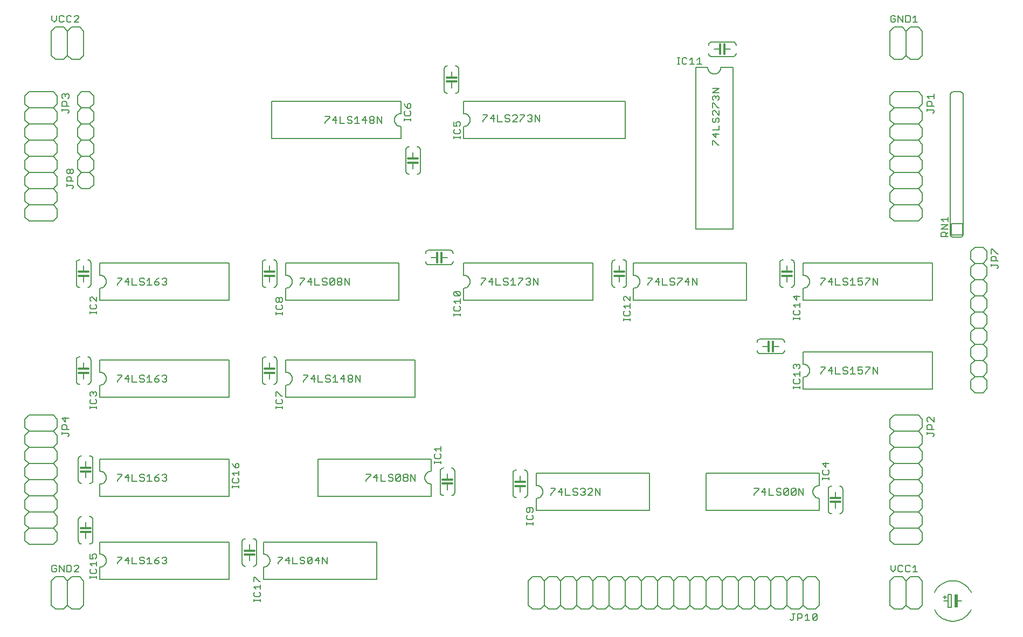
<source format=gto>
G75*
%MOIN*%
%OFA0B0*%
%FSLAX24Y24*%
%IPPOS*%
%LPD*%
%AMOC8*
5,1,8,0,0,1.08239X$1,22.5*
%
%ADD10C,0.0080*%
%ADD11C,0.0120*%
%ADD12R,0.0200X0.0800*%
D10*
X006890Y005890D02*
X007140Y005640D01*
X007640Y005640D01*
X007890Y005890D01*
X007890Y007390D01*
X008140Y007640D01*
X008640Y007640D01*
X008890Y007390D01*
X008890Y005890D01*
X008640Y005640D01*
X008140Y005640D01*
X007890Y005890D01*
X006890Y005890D02*
X006890Y007390D01*
X007140Y007640D01*
X007640Y007640D01*
X007890Y007390D01*
X007851Y007930D02*
X008061Y007930D01*
X008131Y008000D01*
X008131Y008280D01*
X008061Y008350D01*
X007851Y008350D01*
X007851Y007930D01*
X007671Y007930D02*
X007671Y008350D01*
X007390Y008350D02*
X007671Y007930D01*
X007390Y007930D02*
X007390Y008350D01*
X007210Y008280D02*
X007140Y008350D01*
X007000Y008350D01*
X006930Y008280D01*
X006930Y008000D01*
X007000Y007930D01*
X007140Y007930D01*
X007210Y008000D01*
X007210Y008140D01*
X007070Y008140D01*
X008311Y008280D02*
X008381Y008350D01*
X008521Y008350D01*
X008591Y008280D01*
X008591Y008210D01*
X008311Y007930D01*
X008591Y007930D01*
X009280Y007907D02*
X009280Y008047D01*
X009350Y008117D01*
X009420Y008297D02*
X009280Y008437D01*
X009700Y008437D01*
X009700Y008297D02*
X009700Y008578D01*
X009630Y008758D02*
X009700Y008828D01*
X009700Y008968D01*
X009630Y009038D01*
X009490Y009038D01*
X009420Y008968D01*
X009420Y008898D01*
X009490Y008758D01*
X009280Y008758D01*
X009280Y009038D01*
X009890Y009040D02*
X009890Y009790D01*
X017890Y009790D01*
X017890Y007490D01*
X009890Y007490D01*
X009890Y008240D01*
X009700Y008047D02*
X009630Y008117D01*
X009700Y008047D02*
X009700Y007907D01*
X009630Y007837D01*
X009350Y007837D01*
X009280Y007907D01*
X009280Y007670D02*
X009280Y007530D01*
X009280Y007600D02*
X009700Y007600D01*
X009700Y007530D02*
X009700Y007670D01*
X009890Y008240D02*
X009929Y008242D01*
X009968Y008248D01*
X010006Y008257D01*
X010043Y008270D01*
X010079Y008287D01*
X010112Y008307D01*
X010144Y008331D01*
X010173Y008357D01*
X010199Y008386D01*
X010223Y008418D01*
X010243Y008451D01*
X010260Y008487D01*
X010273Y008524D01*
X010282Y008562D01*
X010288Y008601D01*
X010290Y008640D01*
X010288Y008679D01*
X010282Y008718D01*
X010273Y008756D01*
X010260Y008793D01*
X010243Y008829D01*
X010223Y008862D01*
X010199Y008894D01*
X010173Y008923D01*
X010144Y008949D01*
X010112Y008973D01*
X010079Y008993D01*
X010043Y009010D01*
X010006Y009023D01*
X009968Y009032D01*
X009929Y009038D01*
X009890Y009040D01*
X009465Y009865D02*
X009465Y011165D01*
X009463Y011191D01*
X009458Y011217D01*
X009450Y011242D01*
X009438Y011265D01*
X009424Y011287D01*
X009406Y011306D01*
X009387Y011324D01*
X009365Y011338D01*
X009342Y011350D01*
X009317Y011358D01*
X009291Y011363D01*
X009265Y011365D01*
X009015Y011015D02*
X009015Y010645D01*
X009015Y010395D02*
X009015Y010015D01*
X008765Y009665D02*
X008739Y009667D01*
X008713Y009672D01*
X008688Y009680D01*
X008665Y009692D01*
X008643Y009706D01*
X008624Y009724D01*
X008606Y009743D01*
X008592Y009765D01*
X008580Y009788D01*
X008572Y009813D01*
X008567Y009839D01*
X008565Y009865D01*
X008565Y011165D01*
X008567Y011191D01*
X008572Y011217D01*
X008580Y011242D01*
X008592Y011265D01*
X008606Y011287D01*
X008624Y011306D01*
X008643Y011324D01*
X008665Y011338D01*
X008688Y011350D01*
X008713Y011358D01*
X008739Y011363D01*
X008765Y011365D01*
X007265Y011390D02*
X007265Y010890D01*
X007015Y010640D01*
X007265Y010390D01*
X007265Y009890D01*
X007015Y009640D01*
X005515Y009640D01*
X005265Y009890D01*
X005265Y010390D01*
X005515Y010640D01*
X007015Y010640D01*
X007265Y011390D02*
X007015Y011640D01*
X005515Y011640D01*
X005265Y011390D01*
X005265Y010890D01*
X005515Y010640D01*
X005515Y011640D02*
X005265Y011890D01*
X005265Y012390D01*
X005515Y012640D01*
X007015Y012640D01*
X007265Y012390D01*
X007265Y011890D01*
X007015Y011640D01*
X007015Y012640D02*
X007265Y012890D01*
X007265Y013390D01*
X007015Y013640D01*
X005515Y013640D01*
X005265Y013390D01*
X005265Y012890D01*
X005515Y012640D01*
X005515Y013640D02*
X005265Y013890D01*
X005265Y014390D01*
X005515Y014640D01*
X007015Y014640D01*
X007265Y014390D01*
X007265Y013890D01*
X007015Y013640D01*
X007015Y014640D02*
X007265Y014890D01*
X007265Y015390D01*
X007015Y015640D01*
X005515Y015640D01*
X005265Y015390D01*
X005265Y014890D01*
X005515Y014640D01*
X005515Y015640D02*
X005265Y015890D01*
X005265Y016390D01*
X005515Y016640D01*
X007015Y016640D01*
X007265Y016390D01*
X007265Y015890D01*
X007015Y015640D01*
X007555Y016439D02*
X007555Y016579D01*
X007555Y016509D02*
X007905Y016509D01*
X007975Y016439D01*
X007975Y016369D01*
X007905Y016299D01*
X007975Y016759D02*
X007555Y016759D01*
X007555Y016969D01*
X007625Y017039D01*
X007765Y017039D01*
X007835Y016969D01*
X007835Y016759D01*
X007765Y017220D02*
X007765Y017500D01*
X007975Y017430D02*
X007555Y017430D01*
X007765Y017220D01*
X007265Y017390D02*
X007265Y016890D01*
X007015Y016640D01*
X007265Y017390D02*
X007015Y017640D01*
X005515Y017640D01*
X005265Y017390D01*
X005265Y016890D01*
X005515Y016640D01*
X008565Y014915D02*
X008565Y013615D01*
X008567Y013589D01*
X008572Y013563D01*
X008580Y013538D01*
X008592Y013515D01*
X008606Y013493D01*
X008624Y013474D01*
X008643Y013456D01*
X008665Y013442D01*
X008688Y013430D01*
X008713Y013422D01*
X008739Y013417D01*
X008765Y013415D01*
X009015Y013765D02*
X009015Y014135D01*
X009015Y014385D02*
X009015Y014765D01*
X008765Y015115D02*
X008739Y015113D01*
X008713Y015108D01*
X008688Y015100D01*
X008665Y015088D01*
X008643Y015074D01*
X008624Y015056D01*
X008606Y015037D01*
X008592Y015015D01*
X008580Y014992D01*
X008572Y014967D01*
X008567Y014941D01*
X008565Y014915D01*
X009265Y015115D02*
X009291Y015113D01*
X009317Y015108D01*
X009342Y015100D01*
X009365Y015088D01*
X009387Y015074D01*
X009406Y015056D01*
X009424Y015037D01*
X009438Y015015D01*
X009450Y014992D01*
X009458Y014967D01*
X009463Y014941D01*
X009465Y014915D01*
X009465Y013615D01*
X009463Y013589D01*
X009458Y013563D01*
X009450Y013538D01*
X009438Y013515D01*
X009424Y013493D01*
X009406Y013474D01*
X009387Y013456D01*
X009365Y013442D01*
X009342Y013430D01*
X009317Y013422D01*
X009291Y013417D01*
X009265Y013415D01*
X009890Y013365D02*
X009890Y012615D01*
X017890Y012615D01*
X017890Y014915D01*
X009890Y014915D01*
X009890Y014165D01*
X009929Y014163D01*
X009968Y014157D01*
X010006Y014148D01*
X010043Y014135D01*
X010079Y014118D01*
X010112Y014098D01*
X010144Y014074D01*
X010173Y014048D01*
X010199Y014019D01*
X010223Y013987D01*
X010243Y013954D01*
X010260Y013918D01*
X010273Y013881D01*
X010282Y013843D01*
X010288Y013804D01*
X010290Y013765D01*
X010288Y013726D01*
X010282Y013687D01*
X010273Y013649D01*
X010260Y013612D01*
X010243Y013576D01*
X010223Y013543D01*
X010199Y013511D01*
X010173Y013482D01*
X010144Y013456D01*
X010112Y013432D01*
X010079Y013412D01*
X010043Y013395D01*
X010006Y013382D01*
X009968Y013373D01*
X009929Y013367D01*
X009890Y013365D01*
X010980Y013555D02*
X010980Y013625D01*
X011260Y013905D01*
X011260Y013975D01*
X010980Y013975D01*
X011440Y013765D02*
X011721Y013765D01*
X011651Y013555D02*
X011651Y013975D01*
X011440Y013765D01*
X011901Y013975D02*
X011901Y013555D01*
X012181Y013555D01*
X012361Y013625D02*
X012431Y013555D01*
X012571Y013555D01*
X012641Y013625D01*
X012641Y013695D01*
X012571Y013765D01*
X012431Y013765D01*
X012361Y013835D01*
X012361Y013905D01*
X012431Y013975D01*
X012571Y013975D01*
X012641Y013905D01*
X012822Y013835D02*
X012962Y013975D01*
X012962Y013555D01*
X012822Y013555D02*
X013102Y013555D01*
X013282Y013625D02*
X013352Y013555D01*
X013492Y013555D01*
X013562Y013625D01*
X013562Y013695D01*
X013492Y013765D01*
X013282Y013765D01*
X013282Y013625D01*
X013282Y013765D02*
X013422Y013905D01*
X013562Y013975D01*
X013742Y013905D02*
X013812Y013975D01*
X013953Y013975D01*
X014023Y013905D01*
X014023Y013835D01*
X013953Y013765D01*
X014023Y013695D01*
X014023Y013625D01*
X013953Y013555D01*
X013812Y013555D01*
X013742Y013625D01*
X013882Y013765D02*
X013953Y013765D01*
X018080Y013659D02*
X018080Y013519D01*
X018150Y013449D01*
X018430Y013449D01*
X018500Y013519D01*
X018500Y013659D01*
X018430Y013729D01*
X018500Y013909D02*
X018500Y014189D01*
X018500Y014049D02*
X018080Y014049D01*
X018220Y013909D01*
X018150Y013729D02*
X018080Y013659D01*
X018080Y013282D02*
X018080Y013142D01*
X018080Y013212D02*
X018500Y013212D01*
X018500Y013142D02*
X018500Y013282D01*
X018430Y014370D02*
X018500Y014440D01*
X018500Y014580D01*
X018430Y014650D01*
X018360Y014650D01*
X018290Y014580D01*
X018290Y014370D01*
X018430Y014370D01*
X018290Y014370D02*
X018150Y014510D01*
X018080Y014650D01*
X020780Y018030D02*
X020780Y018170D01*
X020780Y018100D02*
X021200Y018100D01*
X021200Y018030D02*
X021200Y018170D01*
X021130Y018337D02*
X021200Y018407D01*
X021200Y018547D01*
X021130Y018617D01*
X021130Y018797D02*
X021200Y018797D01*
X021130Y018797D02*
X020850Y019078D01*
X020780Y019078D01*
X020780Y018797D01*
X020850Y018617D02*
X020780Y018547D01*
X020780Y018407D01*
X020850Y018337D01*
X021130Y018337D01*
X021390Y018740D02*
X021390Y019490D01*
X021429Y019492D01*
X021468Y019498D01*
X021506Y019507D01*
X021543Y019520D01*
X021579Y019537D01*
X021612Y019557D01*
X021644Y019581D01*
X021673Y019607D01*
X021699Y019636D01*
X021723Y019668D01*
X021743Y019701D01*
X021760Y019737D01*
X021773Y019774D01*
X021782Y019812D01*
X021788Y019851D01*
X021790Y019890D01*
X021788Y019929D01*
X021782Y019968D01*
X021773Y020006D01*
X021760Y020043D01*
X021743Y020079D01*
X021723Y020112D01*
X021699Y020144D01*
X021673Y020173D01*
X021644Y020199D01*
X021612Y020223D01*
X021579Y020243D01*
X021543Y020260D01*
X021506Y020273D01*
X021468Y020282D01*
X021429Y020288D01*
X021390Y020290D01*
X021390Y021040D01*
X029390Y021040D01*
X029390Y018740D01*
X021390Y018740D01*
X020840Y019740D02*
X020840Y021040D01*
X020838Y021066D01*
X020833Y021092D01*
X020825Y021117D01*
X020813Y021140D01*
X020799Y021162D01*
X020781Y021181D01*
X020762Y021199D01*
X020740Y021213D01*
X020717Y021225D01*
X020692Y021233D01*
X020666Y021238D01*
X020640Y021240D01*
X020390Y020890D02*
X020390Y020510D01*
X020390Y020260D02*
X020390Y019890D01*
X020140Y019540D02*
X020114Y019542D01*
X020088Y019547D01*
X020063Y019555D01*
X020040Y019567D01*
X020018Y019581D01*
X019999Y019599D01*
X019981Y019618D01*
X019967Y019640D01*
X019955Y019663D01*
X019947Y019688D01*
X019942Y019714D01*
X019940Y019740D01*
X019940Y021040D01*
X019942Y021066D01*
X019947Y021092D01*
X019955Y021117D01*
X019967Y021140D01*
X019981Y021162D01*
X019999Y021181D01*
X020018Y021199D01*
X020040Y021213D01*
X020063Y021225D01*
X020088Y021233D01*
X020114Y021238D01*
X020140Y021240D01*
X017890Y021040D02*
X017890Y018740D01*
X009890Y018740D01*
X009890Y019490D01*
X009929Y019492D01*
X009968Y019498D01*
X010006Y019507D01*
X010043Y019520D01*
X010079Y019537D01*
X010112Y019557D01*
X010144Y019581D01*
X010173Y019607D01*
X010199Y019636D01*
X010223Y019668D01*
X010243Y019701D01*
X010260Y019737D01*
X010273Y019774D01*
X010282Y019812D01*
X010288Y019851D01*
X010290Y019890D01*
X010288Y019929D01*
X010282Y019968D01*
X010273Y020006D01*
X010260Y020043D01*
X010243Y020079D01*
X010223Y020112D01*
X010199Y020144D01*
X010173Y020173D01*
X010144Y020199D01*
X010112Y020223D01*
X010079Y020243D01*
X010043Y020260D01*
X010006Y020273D01*
X009968Y020282D01*
X009929Y020288D01*
X009890Y020290D01*
X009890Y021040D01*
X017890Y021040D01*
X020640Y019540D02*
X020666Y019542D01*
X020692Y019547D01*
X020717Y019555D01*
X020740Y019567D01*
X020762Y019581D01*
X020781Y019599D01*
X020799Y019618D01*
X020813Y019640D01*
X020825Y019663D01*
X020833Y019688D01*
X020838Y019714D01*
X020840Y019740D01*
X022480Y019750D02*
X022480Y019680D01*
X022480Y019750D02*
X022760Y020030D01*
X022760Y020100D01*
X022480Y020100D01*
X022940Y019890D02*
X023221Y019890D01*
X023151Y019680D02*
X023151Y020100D01*
X022940Y019890D01*
X023401Y019680D02*
X023681Y019680D01*
X023861Y019750D02*
X023931Y019680D01*
X024071Y019680D01*
X024141Y019750D01*
X024141Y019820D01*
X024071Y019890D01*
X023931Y019890D01*
X023861Y019960D01*
X023861Y020030D01*
X023931Y020100D01*
X024071Y020100D01*
X024141Y020030D01*
X024322Y019960D02*
X024462Y020100D01*
X024462Y019680D01*
X024322Y019680D02*
X024602Y019680D01*
X024782Y019890D02*
X025062Y019890D01*
X025242Y019820D02*
X025312Y019890D01*
X025453Y019890D01*
X025523Y019820D01*
X025523Y019750D01*
X025453Y019680D01*
X025312Y019680D01*
X025242Y019750D01*
X025242Y019820D01*
X025312Y019890D02*
X025242Y019960D01*
X025242Y020030D01*
X025312Y020100D01*
X025453Y020100D01*
X025523Y020030D01*
X025523Y019960D01*
X025453Y019890D01*
X025703Y019680D02*
X025703Y020100D01*
X025983Y019680D01*
X025983Y020100D01*
X024992Y020100D02*
X024992Y019680D01*
X024782Y019890D02*
X024992Y020100D01*
X023401Y020100D02*
X023401Y019680D01*
X021200Y023855D02*
X021200Y023995D01*
X021200Y023925D02*
X020780Y023925D01*
X020780Y023855D02*
X020780Y023995D01*
X020850Y024162D02*
X021130Y024162D01*
X021200Y024232D01*
X021200Y024372D01*
X021130Y024442D01*
X021130Y024622D02*
X021060Y024622D01*
X020990Y024692D01*
X020990Y024833D01*
X021060Y024903D01*
X021130Y024903D01*
X021200Y024833D01*
X021200Y024692D01*
X021130Y024622D01*
X020990Y024692D02*
X020920Y024622D01*
X020850Y024622D01*
X020780Y024692D01*
X020780Y024833D01*
X020850Y024903D01*
X020920Y024903D01*
X020990Y024833D01*
X021390Y024740D02*
X021390Y025490D01*
X021429Y025492D01*
X021468Y025498D01*
X021506Y025507D01*
X021543Y025520D01*
X021579Y025537D01*
X021612Y025557D01*
X021644Y025581D01*
X021673Y025607D01*
X021699Y025636D01*
X021723Y025668D01*
X021743Y025701D01*
X021760Y025737D01*
X021773Y025774D01*
X021782Y025812D01*
X021788Y025851D01*
X021790Y025890D01*
X021788Y025929D01*
X021782Y025968D01*
X021773Y026006D01*
X021760Y026043D01*
X021743Y026079D01*
X021723Y026112D01*
X021699Y026144D01*
X021673Y026173D01*
X021644Y026199D01*
X021612Y026223D01*
X021579Y026243D01*
X021543Y026260D01*
X021506Y026273D01*
X021468Y026282D01*
X021429Y026288D01*
X021390Y026290D01*
X021390Y027040D01*
X028390Y027040D01*
X028390Y024740D01*
X021390Y024740D01*
X020850Y024442D02*
X020780Y024372D01*
X020780Y024232D01*
X020850Y024162D01*
X020840Y025740D02*
X020840Y027040D01*
X020838Y027066D01*
X020833Y027092D01*
X020825Y027117D01*
X020813Y027140D01*
X020799Y027162D01*
X020781Y027181D01*
X020762Y027199D01*
X020740Y027213D01*
X020717Y027225D01*
X020692Y027233D01*
X020666Y027238D01*
X020640Y027240D01*
X020390Y026890D02*
X020390Y026510D01*
X020390Y026260D02*
X020390Y025890D01*
X020140Y025540D02*
X020114Y025542D01*
X020088Y025547D01*
X020063Y025555D01*
X020040Y025567D01*
X020018Y025581D01*
X019999Y025599D01*
X019981Y025618D01*
X019967Y025640D01*
X019955Y025663D01*
X019947Y025688D01*
X019942Y025714D01*
X019940Y025740D01*
X019940Y027040D01*
X019942Y027066D01*
X019947Y027092D01*
X019955Y027117D01*
X019967Y027140D01*
X019981Y027162D01*
X019999Y027181D01*
X020018Y027199D01*
X020040Y027213D01*
X020063Y027225D01*
X020088Y027233D01*
X020114Y027238D01*
X020140Y027240D01*
X020840Y025740D02*
X020838Y025714D01*
X020833Y025688D01*
X020825Y025663D01*
X020813Y025640D01*
X020799Y025618D01*
X020781Y025599D01*
X020762Y025581D01*
X020740Y025567D01*
X020717Y025555D01*
X020692Y025547D01*
X020666Y025542D01*
X020640Y025540D01*
X022280Y025680D02*
X022280Y025750D01*
X022560Y026030D01*
X022560Y026100D01*
X022280Y026100D01*
X022740Y025890D02*
X023021Y025890D01*
X022951Y025680D02*
X022951Y026100D01*
X022740Y025890D01*
X023201Y025680D02*
X023481Y025680D01*
X023661Y025750D02*
X023731Y025680D01*
X023871Y025680D01*
X023941Y025750D01*
X023941Y025820D01*
X023871Y025890D01*
X023731Y025890D01*
X023661Y025960D01*
X023661Y026030D01*
X023731Y026100D01*
X023871Y026100D01*
X023941Y026030D01*
X024122Y026030D02*
X024122Y025750D01*
X024402Y026030D01*
X024402Y025750D01*
X024332Y025680D01*
X024192Y025680D01*
X024122Y025750D01*
X024122Y026030D02*
X024192Y026100D01*
X024332Y026100D01*
X024402Y026030D01*
X024582Y026030D02*
X024582Y025960D01*
X024652Y025890D01*
X024792Y025890D01*
X024862Y025820D01*
X024862Y025750D01*
X024792Y025680D01*
X024652Y025680D01*
X024582Y025750D01*
X024582Y025820D01*
X024652Y025890D01*
X024792Y025890D02*
X024862Y025960D01*
X024862Y026030D01*
X024792Y026100D01*
X024652Y026100D01*
X024582Y026030D01*
X025042Y026100D02*
X025323Y025680D01*
X025323Y026100D01*
X025042Y026100D02*
X025042Y025680D01*
X023201Y025680D02*
X023201Y026100D01*
X017890Y027040D02*
X017890Y024740D01*
X009890Y024740D01*
X009890Y025490D01*
X009929Y025492D01*
X009968Y025498D01*
X010006Y025507D01*
X010043Y025520D01*
X010079Y025537D01*
X010112Y025557D01*
X010144Y025581D01*
X010173Y025607D01*
X010199Y025636D01*
X010223Y025668D01*
X010243Y025701D01*
X010260Y025737D01*
X010273Y025774D01*
X010282Y025812D01*
X010288Y025851D01*
X010290Y025890D01*
X010288Y025929D01*
X010282Y025968D01*
X010273Y026006D01*
X010260Y026043D01*
X010243Y026079D01*
X010223Y026112D01*
X010199Y026144D01*
X010173Y026173D01*
X010144Y026199D01*
X010112Y026223D01*
X010079Y026243D01*
X010043Y026260D01*
X010006Y026273D01*
X009968Y026282D01*
X009929Y026288D01*
X009890Y026290D01*
X009890Y027040D01*
X017890Y027040D01*
X014023Y026030D02*
X014023Y025960D01*
X013953Y025890D01*
X014023Y025820D01*
X014023Y025750D01*
X013953Y025680D01*
X013812Y025680D01*
X013742Y025750D01*
X013562Y025750D02*
X013562Y025820D01*
X013492Y025890D01*
X013282Y025890D01*
X013282Y025750D01*
X013352Y025680D01*
X013492Y025680D01*
X013562Y025750D01*
X013422Y026030D02*
X013282Y025890D01*
X013422Y026030D02*
X013562Y026100D01*
X013742Y026030D02*
X013812Y026100D01*
X013953Y026100D01*
X014023Y026030D01*
X013953Y025890D02*
X013882Y025890D01*
X013102Y025680D02*
X012822Y025680D01*
X012962Y025680D02*
X012962Y026100D01*
X012822Y025960D01*
X012641Y026030D02*
X012571Y026100D01*
X012431Y026100D01*
X012361Y026030D01*
X012361Y025960D01*
X012431Y025890D01*
X012571Y025890D01*
X012641Y025820D01*
X012641Y025750D01*
X012571Y025680D01*
X012431Y025680D01*
X012361Y025750D01*
X012181Y025680D02*
X011901Y025680D01*
X011901Y026100D01*
X011651Y026100D02*
X011440Y025890D01*
X011721Y025890D01*
X011651Y025680D02*
X011651Y026100D01*
X011260Y026100D02*
X011260Y026030D01*
X010980Y025750D01*
X010980Y025680D01*
X010980Y026100D02*
X011260Y026100D01*
X009340Y025740D02*
X009340Y027040D01*
X009338Y027066D01*
X009333Y027092D01*
X009325Y027117D01*
X009313Y027140D01*
X009299Y027162D01*
X009281Y027181D01*
X009262Y027199D01*
X009240Y027213D01*
X009217Y027225D01*
X009192Y027233D01*
X009166Y027238D01*
X009140Y027240D01*
X008890Y026890D02*
X008890Y026510D01*
X008890Y026260D02*
X008890Y025890D01*
X008640Y025540D02*
X008614Y025542D01*
X008588Y025547D01*
X008563Y025555D01*
X008540Y025567D01*
X008518Y025581D01*
X008499Y025599D01*
X008481Y025618D01*
X008467Y025640D01*
X008455Y025663D01*
X008447Y025688D01*
X008442Y025714D01*
X008440Y025740D01*
X008440Y027040D01*
X008442Y027066D01*
X008447Y027092D01*
X008455Y027117D01*
X008467Y027140D01*
X008481Y027162D01*
X008499Y027181D01*
X008518Y027199D01*
X008540Y027213D01*
X008563Y027225D01*
X008588Y027233D01*
X008614Y027238D01*
X008640Y027240D01*
X009340Y025740D02*
X009338Y025714D01*
X009333Y025688D01*
X009325Y025663D01*
X009313Y025640D01*
X009299Y025618D01*
X009281Y025599D01*
X009262Y025581D01*
X009240Y025567D01*
X009217Y025555D01*
X009192Y025547D01*
X009166Y025542D01*
X009140Y025540D01*
X009350Y024953D02*
X009280Y024883D01*
X009280Y024742D01*
X009350Y024672D01*
X009350Y024492D02*
X009280Y024422D01*
X009280Y024282D01*
X009350Y024212D01*
X009630Y024212D01*
X009700Y024282D01*
X009700Y024422D01*
X009630Y024492D01*
X009700Y024672D02*
X009420Y024953D01*
X009350Y024953D01*
X009700Y024953D02*
X009700Y024672D01*
X009700Y024045D02*
X009700Y023905D01*
X009700Y023975D02*
X009280Y023975D01*
X009280Y023905D02*
X009280Y024045D01*
X009340Y021040D02*
X009340Y019740D01*
X009338Y019714D01*
X009333Y019688D01*
X009325Y019663D01*
X009313Y019640D01*
X009299Y019618D01*
X009281Y019599D01*
X009262Y019581D01*
X009240Y019567D01*
X009217Y019555D01*
X009192Y019547D01*
X009166Y019542D01*
X009140Y019540D01*
X008890Y019890D02*
X008890Y020260D01*
X008890Y020510D02*
X008890Y020890D01*
X008640Y021240D02*
X008614Y021238D01*
X008588Y021233D01*
X008563Y021225D01*
X008540Y021213D01*
X008518Y021199D01*
X008499Y021181D01*
X008481Y021162D01*
X008467Y021140D01*
X008455Y021117D01*
X008447Y021092D01*
X008442Y021066D01*
X008440Y021040D01*
X008440Y019740D01*
X008442Y019714D01*
X008447Y019688D01*
X008455Y019663D01*
X008467Y019640D01*
X008481Y019618D01*
X008499Y019599D01*
X008518Y019581D01*
X008540Y019567D01*
X008563Y019555D01*
X008588Y019547D01*
X008614Y019542D01*
X008640Y019540D01*
X009280Y019008D02*
X009350Y019078D01*
X009420Y019078D01*
X009490Y019008D01*
X009560Y019078D01*
X009630Y019078D01*
X009700Y019008D01*
X009700Y018867D01*
X009630Y018797D01*
X009630Y018617D02*
X009700Y018547D01*
X009700Y018407D01*
X009630Y018337D01*
X009350Y018337D01*
X009280Y018407D01*
X009280Y018547D01*
X009350Y018617D01*
X009350Y018797D02*
X009280Y018867D01*
X009280Y019008D01*
X009490Y019008D02*
X009490Y018937D01*
X009700Y018170D02*
X009700Y018030D01*
X009700Y018100D02*
X009280Y018100D01*
X009280Y018030D02*
X009280Y018170D01*
X010980Y019680D02*
X010980Y019750D01*
X011260Y020030D01*
X011260Y020100D01*
X010980Y020100D01*
X011440Y019890D02*
X011721Y019890D01*
X011651Y019680D02*
X011651Y020100D01*
X011440Y019890D01*
X011901Y020100D02*
X011901Y019680D01*
X012181Y019680D01*
X012361Y019750D02*
X012431Y019680D01*
X012571Y019680D01*
X012641Y019750D01*
X012641Y019820D01*
X012571Y019890D01*
X012431Y019890D01*
X012361Y019960D01*
X012361Y020030D01*
X012431Y020100D01*
X012571Y020100D01*
X012641Y020030D01*
X012822Y019960D02*
X012962Y020100D01*
X012962Y019680D01*
X012822Y019680D02*
X013102Y019680D01*
X013282Y019750D02*
X013352Y019680D01*
X013492Y019680D01*
X013562Y019750D01*
X013562Y019820D01*
X013492Y019890D01*
X013282Y019890D01*
X013282Y019750D01*
X013282Y019890D02*
X013422Y020030D01*
X013562Y020100D01*
X013742Y020030D02*
X013812Y020100D01*
X013953Y020100D01*
X014023Y020030D01*
X014023Y019960D01*
X013953Y019890D01*
X014023Y019820D01*
X014023Y019750D01*
X013953Y019680D01*
X013812Y019680D01*
X013742Y019750D01*
X013882Y019890D02*
X013953Y019890D01*
X009340Y021040D02*
X009338Y021066D01*
X009333Y021092D01*
X009325Y021117D01*
X009313Y021140D01*
X009299Y021162D01*
X009281Y021181D01*
X009262Y021199D01*
X009240Y021213D01*
X009217Y021225D01*
X009192Y021233D01*
X009166Y021238D01*
X009140Y021240D01*
X007015Y029640D02*
X005515Y029640D01*
X005265Y029890D01*
X005265Y030390D01*
X005515Y030640D01*
X007015Y030640D01*
X007265Y030390D01*
X007265Y029890D01*
X007015Y029640D01*
X007015Y030640D02*
X007265Y030890D01*
X007265Y031390D01*
X007015Y031640D01*
X005515Y031640D01*
X005265Y031390D01*
X005265Y030890D01*
X005515Y030640D01*
X005515Y031640D02*
X005265Y031890D01*
X005265Y032390D01*
X005515Y032640D01*
X007015Y032640D01*
X007265Y032390D01*
X007265Y031890D01*
X007015Y031640D01*
X007835Y031790D02*
X007835Y031930D01*
X007835Y031860D02*
X008185Y031860D01*
X008255Y031790D01*
X008255Y031720D01*
X008185Y031650D01*
X008515Y031890D02*
X008515Y032390D01*
X008765Y032640D01*
X008515Y032890D01*
X008515Y033390D01*
X008765Y033640D01*
X009265Y033640D01*
X009515Y033390D01*
X009515Y032890D01*
X009265Y032640D01*
X009515Y032390D01*
X009515Y031890D01*
X009265Y031640D01*
X008765Y031640D01*
X008515Y031890D01*
X008255Y032110D02*
X007835Y032110D01*
X007835Y032321D01*
X007905Y032391D01*
X008045Y032391D01*
X008115Y032321D01*
X008115Y032110D01*
X008115Y032571D02*
X008045Y032641D01*
X008045Y032781D01*
X008115Y032851D01*
X008185Y032851D01*
X008255Y032781D01*
X008255Y032641D01*
X008185Y032571D01*
X008115Y032571D01*
X008045Y032641D02*
X007975Y032571D01*
X007905Y032571D01*
X007835Y032641D01*
X007835Y032781D01*
X007905Y032851D01*
X007975Y032851D01*
X008045Y032781D01*
X008765Y032640D02*
X009265Y032640D01*
X009265Y033640D02*
X009515Y033890D01*
X009515Y034390D01*
X009265Y034640D01*
X009515Y034890D01*
X009515Y035390D01*
X009265Y035640D01*
X009515Y035890D01*
X009515Y036390D01*
X009265Y036640D01*
X009515Y036890D01*
X009515Y037390D01*
X009265Y037640D01*
X008765Y037640D01*
X008515Y037390D01*
X008515Y036890D01*
X008765Y036640D01*
X009265Y036640D01*
X008765Y036640D02*
X008515Y036390D01*
X008515Y035890D01*
X008765Y035640D01*
X009265Y035640D01*
X008765Y035640D02*
X008515Y035390D01*
X008515Y034890D01*
X008765Y034640D01*
X009265Y034640D01*
X008765Y034640D02*
X008515Y034390D01*
X008515Y033890D01*
X008765Y033640D01*
X007265Y033390D02*
X007265Y032890D01*
X007015Y032640D01*
X007265Y033390D02*
X007015Y033640D01*
X005515Y033640D01*
X005265Y033390D01*
X005265Y032890D01*
X005515Y032640D01*
X005515Y033640D02*
X005265Y033890D01*
X005265Y034390D01*
X005515Y034640D01*
X007015Y034640D01*
X007265Y034390D01*
X007265Y033890D01*
X007015Y033640D01*
X007015Y034640D02*
X007265Y034890D01*
X007265Y035390D01*
X007015Y035640D01*
X005515Y035640D01*
X005265Y035390D01*
X005265Y034890D01*
X005515Y034640D01*
X005515Y035640D02*
X005265Y035890D01*
X005265Y036390D01*
X005515Y036640D01*
X007015Y036640D01*
X007265Y036390D01*
X007265Y035890D01*
X007015Y035640D01*
X007555Y036439D02*
X007555Y036579D01*
X007555Y036509D02*
X007905Y036509D01*
X007975Y036439D01*
X007975Y036369D01*
X007905Y036299D01*
X007975Y036759D02*
X007555Y036759D01*
X007555Y036969D01*
X007625Y037039D01*
X007765Y037039D01*
X007835Y036969D01*
X007835Y036759D01*
X007905Y037220D02*
X007975Y037290D01*
X007975Y037430D01*
X007905Y037500D01*
X007835Y037500D01*
X007765Y037430D01*
X007765Y037360D01*
X007765Y037430D02*
X007695Y037500D01*
X007625Y037500D01*
X007555Y037430D01*
X007555Y037290D01*
X007625Y037220D01*
X007265Y037390D02*
X007265Y036890D01*
X007015Y036640D01*
X007265Y037390D02*
X007015Y037640D01*
X005515Y037640D01*
X005265Y037390D01*
X005265Y036890D01*
X005515Y036640D01*
X007140Y039640D02*
X006890Y039890D01*
X006890Y041390D01*
X007140Y041640D01*
X007640Y041640D01*
X007890Y041390D01*
X007890Y039890D01*
X008140Y039640D01*
X008640Y039640D01*
X008890Y039890D01*
X008890Y041390D01*
X008640Y041640D01*
X008140Y041640D01*
X007890Y041390D01*
X007921Y041930D02*
X008061Y041930D01*
X008131Y042000D01*
X008311Y041930D02*
X008591Y042210D01*
X008591Y042280D01*
X008521Y042350D01*
X008381Y042350D01*
X008311Y042280D01*
X008131Y042280D02*
X008061Y042350D01*
X007921Y042350D01*
X007851Y042280D01*
X007851Y042000D01*
X007921Y041930D01*
X007671Y042000D02*
X007601Y041930D01*
X007460Y041930D01*
X007390Y042000D01*
X007390Y042280D01*
X007460Y042350D01*
X007601Y042350D01*
X007671Y042280D01*
X007210Y042350D02*
X007210Y042070D01*
X007070Y041930D01*
X006930Y042070D01*
X006930Y042350D01*
X008311Y041930D02*
X008591Y041930D01*
X007890Y039890D02*
X007640Y039640D01*
X007140Y039640D01*
X020515Y037040D02*
X020515Y034740D01*
X028515Y034740D01*
X028515Y035490D01*
X028476Y035492D01*
X028437Y035498D01*
X028399Y035507D01*
X028362Y035520D01*
X028326Y035537D01*
X028293Y035557D01*
X028261Y035581D01*
X028232Y035607D01*
X028206Y035636D01*
X028182Y035668D01*
X028162Y035701D01*
X028145Y035737D01*
X028132Y035774D01*
X028123Y035812D01*
X028117Y035851D01*
X028115Y035890D01*
X028117Y035929D01*
X028123Y035968D01*
X028132Y036006D01*
X028145Y036043D01*
X028162Y036079D01*
X028182Y036112D01*
X028206Y036144D01*
X028232Y036173D01*
X028261Y036199D01*
X028293Y036223D01*
X028326Y036243D01*
X028362Y036260D01*
X028399Y036273D01*
X028437Y036282D01*
X028476Y036288D01*
X028515Y036290D01*
X028515Y037040D01*
X020515Y037040D01*
X023822Y036100D02*
X024102Y036100D01*
X024102Y036030D01*
X023822Y035750D01*
X023822Y035680D01*
X024282Y035890D02*
X024562Y035890D01*
X024492Y035680D02*
X024492Y036100D01*
X024282Y035890D01*
X024743Y036100D02*
X024743Y035680D01*
X025023Y035680D01*
X025203Y035750D02*
X025273Y035680D01*
X025413Y035680D01*
X025483Y035750D01*
X025483Y035820D01*
X025413Y035890D01*
X025273Y035890D01*
X025203Y035960D01*
X025203Y036030D01*
X025273Y036100D01*
X025413Y036100D01*
X025483Y036030D01*
X025663Y035960D02*
X025804Y036100D01*
X025804Y035680D01*
X025944Y035680D02*
X025663Y035680D01*
X026124Y035890D02*
X026404Y035890D01*
X026584Y035820D02*
X026654Y035890D01*
X026794Y035890D01*
X026864Y035820D01*
X026864Y035750D01*
X026794Y035680D01*
X026654Y035680D01*
X026584Y035750D01*
X026584Y035820D01*
X026654Y035890D02*
X026584Y035960D01*
X026584Y036030D01*
X026654Y036100D01*
X026794Y036100D01*
X026864Y036030D01*
X026864Y035960D01*
X026794Y035890D01*
X027045Y035680D02*
X027045Y036100D01*
X027325Y035680D01*
X027325Y036100D01*
X026334Y036100D02*
X026334Y035680D01*
X026124Y035890D02*
X026334Y036100D01*
X028705Y035992D02*
X028705Y035852D01*
X028705Y035922D02*
X029125Y035922D01*
X029125Y035852D02*
X029125Y035992D01*
X029055Y036159D02*
X029125Y036229D01*
X029125Y036369D01*
X029055Y036439D01*
X029055Y036620D02*
X029125Y036690D01*
X029125Y036830D01*
X029055Y036900D01*
X028985Y036900D01*
X028915Y036830D01*
X028915Y036620D01*
X029055Y036620D01*
X028915Y036620D02*
X028775Y036760D01*
X028705Y036900D01*
X028775Y036439D02*
X028705Y036369D01*
X028705Y036229D01*
X028775Y036159D01*
X029055Y036159D01*
X029015Y034240D02*
X028989Y034238D01*
X028963Y034233D01*
X028938Y034225D01*
X028915Y034213D01*
X028893Y034199D01*
X028874Y034181D01*
X028856Y034162D01*
X028842Y034140D01*
X028830Y034117D01*
X028822Y034092D01*
X028817Y034066D01*
X028815Y034040D01*
X028815Y032740D01*
X028817Y032714D01*
X028822Y032688D01*
X028830Y032663D01*
X028842Y032640D01*
X028856Y032618D01*
X028874Y032599D01*
X028893Y032581D01*
X028915Y032567D01*
X028938Y032555D01*
X028963Y032547D01*
X028989Y032542D01*
X029015Y032540D01*
X029265Y032890D02*
X029265Y033260D01*
X029265Y033510D02*
X029265Y033890D01*
X029515Y034240D02*
X029541Y034238D01*
X029567Y034233D01*
X029592Y034225D01*
X029615Y034213D01*
X029637Y034199D01*
X029656Y034181D01*
X029674Y034162D01*
X029688Y034140D01*
X029700Y034117D01*
X029708Y034092D01*
X029713Y034066D01*
X029715Y034040D01*
X029715Y032740D01*
X029713Y032714D01*
X029708Y032688D01*
X029700Y032663D01*
X029688Y032640D01*
X029674Y032618D01*
X029656Y032599D01*
X029637Y032581D01*
X029615Y032567D01*
X029592Y032555D01*
X029567Y032547D01*
X029541Y032542D01*
X029515Y032540D01*
X031780Y034730D02*
X031780Y034870D01*
X031780Y034800D02*
X032200Y034800D01*
X032200Y034730D02*
X032200Y034870D01*
X032130Y035037D02*
X031850Y035037D01*
X031780Y035107D01*
X031780Y035247D01*
X031850Y035317D01*
X031780Y035497D02*
X031990Y035497D01*
X031920Y035637D01*
X031920Y035708D01*
X031990Y035778D01*
X032130Y035778D01*
X032200Y035708D01*
X032200Y035567D01*
X032130Y035497D01*
X032130Y035317D02*
X032200Y035247D01*
X032200Y035107D01*
X032130Y035037D01*
X032390Y034740D02*
X032390Y035490D01*
X032429Y035492D01*
X032468Y035498D01*
X032506Y035507D01*
X032543Y035520D01*
X032579Y035537D01*
X032612Y035557D01*
X032644Y035581D01*
X032673Y035607D01*
X032699Y035636D01*
X032723Y035668D01*
X032743Y035701D01*
X032760Y035737D01*
X032773Y035774D01*
X032782Y035812D01*
X032788Y035851D01*
X032790Y035890D01*
X032788Y035929D01*
X032782Y035968D01*
X032773Y036006D01*
X032760Y036043D01*
X032743Y036079D01*
X032723Y036112D01*
X032699Y036144D01*
X032673Y036173D01*
X032644Y036199D01*
X032612Y036223D01*
X032579Y036243D01*
X032543Y036260D01*
X032506Y036273D01*
X032468Y036282D01*
X032429Y036288D01*
X032390Y036290D01*
X032390Y037040D01*
X042390Y037040D01*
X042390Y034740D01*
X032390Y034740D01*
X031780Y035497D02*
X031780Y035778D01*
X033580Y035780D02*
X033580Y035850D01*
X033860Y036130D01*
X033860Y036200D01*
X033580Y036200D01*
X034040Y035990D02*
X034321Y035990D01*
X034251Y035780D02*
X034251Y036200D01*
X034040Y035990D01*
X034501Y036200D02*
X034501Y035780D01*
X034781Y035780D01*
X034961Y035850D02*
X035031Y035780D01*
X035171Y035780D01*
X035241Y035850D01*
X035241Y035920D01*
X035171Y035990D01*
X035031Y035990D01*
X034961Y036060D01*
X034961Y036130D01*
X035031Y036200D01*
X035171Y036200D01*
X035241Y036130D01*
X035422Y036130D02*
X035492Y036200D01*
X035632Y036200D01*
X035702Y036130D01*
X035702Y036060D01*
X035422Y035780D01*
X035702Y035780D01*
X035882Y035780D02*
X035882Y035850D01*
X036162Y036130D01*
X036162Y036200D01*
X035882Y036200D01*
X036342Y036130D02*
X036412Y036200D01*
X036553Y036200D01*
X036623Y036130D01*
X036623Y036060D01*
X036553Y035990D01*
X036623Y035920D01*
X036623Y035850D01*
X036553Y035780D01*
X036412Y035780D01*
X036342Y035850D01*
X036482Y035990D02*
X036553Y035990D01*
X036803Y035780D02*
X036803Y036200D01*
X037083Y035780D01*
X037083Y036200D01*
X032090Y037740D02*
X032090Y039040D01*
X032088Y039066D01*
X032083Y039092D01*
X032075Y039117D01*
X032063Y039140D01*
X032049Y039162D01*
X032031Y039181D01*
X032012Y039199D01*
X031990Y039213D01*
X031967Y039225D01*
X031942Y039233D01*
X031916Y039238D01*
X031890Y039240D01*
X031640Y038890D02*
X031640Y038520D01*
X031640Y038270D02*
X031640Y037890D01*
X031890Y037540D02*
X031916Y037542D01*
X031942Y037547D01*
X031967Y037555D01*
X031990Y037567D01*
X032012Y037581D01*
X032031Y037599D01*
X032049Y037618D01*
X032063Y037640D01*
X032075Y037663D01*
X032083Y037688D01*
X032088Y037714D01*
X032090Y037740D01*
X031390Y037540D02*
X031364Y037542D01*
X031338Y037547D01*
X031313Y037555D01*
X031290Y037567D01*
X031268Y037581D01*
X031249Y037599D01*
X031231Y037618D01*
X031217Y037640D01*
X031205Y037663D01*
X031197Y037688D01*
X031192Y037714D01*
X031190Y037740D01*
X031190Y039040D01*
X031192Y039066D01*
X031197Y039092D01*
X031205Y039117D01*
X031217Y039140D01*
X031231Y039162D01*
X031249Y039181D01*
X031268Y039199D01*
X031290Y039213D01*
X031313Y039225D01*
X031338Y039233D01*
X031364Y039238D01*
X031390Y039240D01*
X045605Y039330D02*
X045745Y039330D01*
X045675Y039330D02*
X045675Y039750D01*
X045605Y039750D02*
X045745Y039750D01*
X045912Y039680D02*
X045912Y039400D01*
X045982Y039330D01*
X046122Y039330D01*
X046192Y039400D01*
X046372Y039330D02*
X046653Y039330D01*
X046512Y039330D02*
X046512Y039750D01*
X046372Y039610D01*
X046192Y039680D02*
X046122Y039750D01*
X045982Y039750D01*
X045912Y039680D01*
X046740Y039140D02*
X047490Y039140D01*
X047492Y039101D01*
X047498Y039062D01*
X047507Y039024D01*
X047520Y038987D01*
X047537Y038951D01*
X047557Y038918D01*
X047581Y038886D01*
X047607Y038857D01*
X047636Y038831D01*
X047668Y038807D01*
X047701Y038787D01*
X047737Y038770D01*
X047774Y038757D01*
X047812Y038748D01*
X047851Y038742D01*
X047890Y038740D01*
X047929Y038742D01*
X047968Y038748D01*
X048006Y038757D01*
X048043Y038770D01*
X048079Y038787D01*
X048112Y038807D01*
X048144Y038831D01*
X048173Y038857D01*
X048199Y038886D01*
X048223Y038918D01*
X048243Y038951D01*
X048260Y038987D01*
X048273Y039024D01*
X048282Y039062D01*
X048288Y039101D01*
X048290Y039140D01*
X049040Y039140D01*
X049040Y029140D01*
X046740Y029140D01*
X046740Y039140D01*
X046833Y039330D02*
X047113Y039330D01*
X046973Y039330D02*
X046973Y039750D01*
X046833Y039610D01*
X047740Y039815D02*
X049040Y039815D01*
X049066Y039817D01*
X049092Y039822D01*
X049117Y039830D01*
X049140Y039842D01*
X049162Y039856D01*
X049181Y039874D01*
X049199Y039893D01*
X049213Y039915D01*
X049225Y039938D01*
X049233Y039963D01*
X049238Y039989D01*
X049240Y040015D01*
X048890Y040265D02*
X048510Y040265D01*
X048260Y040265D02*
X047890Y040265D01*
X047540Y040515D02*
X047542Y040541D01*
X047547Y040567D01*
X047555Y040592D01*
X047567Y040615D01*
X047581Y040637D01*
X047599Y040656D01*
X047618Y040674D01*
X047640Y040688D01*
X047663Y040700D01*
X047688Y040708D01*
X047714Y040713D01*
X047740Y040715D01*
X049040Y040715D01*
X049066Y040713D01*
X049092Y040708D01*
X049117Y040700D01*
X049140Y040688D01*
X049162Y040674D01*
X049181Y040656D01*
X049199Y040637D01*
X049213Y040615D01*
X049225Y040592D01*
X049233Y040567D01*
X049238Y040541D01*
X049240Y040515D01*
X047740Y039815D02*
X047714Y039817D01*
X047688Y039822D01*
X047663Y039830D01*
X047640Y039842D01*
X047618Y039856D01*
X047599Y039874D01*
X047581Y039893D01*
X047567Y039915D01*
X047555Y039938D01*
X047547Y039963D01*
X047542Y039989D01*
X047540Y040015D01*
X047780Y037850D02*
X048200Y037850D01*
X047780Y037570D01*
X048200Y037570D01*
X048130Y037389D02*
X048200Y037319D01*
X048200Y037179D01*
X048130Y037109D01*
X047990Y037249D02*
X047990Y037319D01*
X048060Y037389D01*
X048130Y037389D01*
X047990Y037319D02*
X047920Y037389D01*
X047850Y037389D01*
X047780Y037319D01*
X047780Y037179D01*
X047850Y037109D01*
X047850Y036929D02*
X048130Y036649D01*
X048200Y036649D01*
X048200Y036469D02*
X048200Y036188D01*
X047920Y036469D01*
X047850Y036469D01*
X047780Y036399D01*
X047780Y036258D01*
X047850Y036188D01*
X047850Y036008D02*
X047780Y035938D01*
X047780Y035798D01*
X047850Y035728D01*
X047920Y035728D01*
X047990Y035798D01*
X047990Y035938D01*
X048060Y036008D01*
X048130Y036008D01*
X048200Y035938D01*
X048200Y035798D01*
X048130Y035728D01*
X048200Y035548D02*
X048200Y035268D01*
X047780Y035268D01*
X047780Y035017D02*
X047990Y034807D01*
X047990Y035087D01*
X048200Y035017D02*
X047780Y035017D01*
X047780Y034627D02*
X047850Y034627D01*
X048130Y034347D01*
X048200Y034347D01*
X047780Y034347D02*
X047780Y034627D01*
X047780Y036649D02*
X047780Y036929D01*
X047850Y036929D01*
X058765Y036890D02*
X058765Y037390D01*
X059015Y037640D01*
X060515Y037640D01*
X060765Y037390D01*
X060765Y036890D01*
X060515Y036640D01*
X059015Y036640D01*
X058765Y036390D01*
X058765Y035890D01*
X059015Y035640D01*
X060515Y035640D01*
X060765Y035390D01*
X060765Y034890D01*
X060515Y034640D01*
X059015Y034640D01*
X058765Y034390D01*
X058765Y033890D01*
X059015Y033640D01*
X060515Y033640D01*
X060765Y033390D01*
X060765Y032890D01*
X060515Y032640D01*
X059015Y032640D01*
X058765Y032390D01*
X058765Y031890D01*
X059015Y031640D01*
X060515Y031640D01*
X060765Y031390D01*
X060765Y030890D01*
X060515Y030640D01*
X060765Y030390D01*
X060765Y029890D01*
X060515Y029640D01*
X059015Y029640D01*
X058765Y029890D01*
X058765Y030390D01*
X059015Y030640D01*
X060515Y030640D01*
X059015Y030640D02*
X058765Y030890D01*
X058765Y031390D01*
X059015Y031640D01*
X059015Y032640D02*
X058765Y032890D01*
X058765Y033390D01*
X059015Y033640D01*
X059015Y034640D02*
X058765Y034890D01*
X058765Y035390D01*
X059015Y035640D01*
X059015Y036640D02*
X058765Y036890D01*
X060515Y036640D02*
X060765Y036390D01*
X060765Y035890D01*
X060515Y035640D01*
X061405Y036299D02*
X061475Y036369D01*
X061475Y036439D01*
X061405Y036509D01*
X061055Y036509D01*
X061055Y036439D02*
X061055Y036579D01*
X061055Y036759D02*
X061055Y036969D01*
X061125Y037039D01*
X061265Y037039D01*
X061335Y036969D01*
X061335Y036759D01*
X061475Y036759D02*
X061055Y036759D01*
X061195Y037220D02*
X061055Y037360D01*
X061475Y037360D01*
X061475Y037220D02*
X061475Y037500D01*
X062490Y037440D02*
X062490Y028840D01*
X062540Y028790D02*
X062540Y029490D01*
X063240Y029490D01*
X063240Y028790D01*
X062540Y028790D01*
X062490Y028840D02*
X062492Y028814D01*
X062497Y028788D01*
X062505Y028763D01*
X062517Y028740D01*
X062531Y028718D01*
X062549Y028699D01*
X062568Y028681D01*
X062590Y028667D01*
X062613Y028655D01*
X062638Y028647D01*
X062664Y028642D01*
X062690Y028640D01*
X063090Y028640D01*
X063116Y028642D01*
X063142Y028647D01*
X063167Y028655D01*
X063190Y028667D01*
X063212Y028681D01*
X063231Y028699D01*
X063249Y028718D01*
X063263Y028740D01*
X063275Y028763D01*
X063283Y028788D01*
X063288Y028814D01*
X063290Y028840D01*
X063290Y037440D01*
X063288Y037466D01*
X063283Y037492D01*
X063275Y037517D01*
X063263Y037540D01*
X063249Y037562D01*
X063231Y037581D01*
X063212Y037599D01*
X063190Y037613D01*
X063167Y037625D01*
X063142Y037633D01*
X063116Y037638D01*
X063090Y037640D01*
X062690Y037640D01*
X062664Y037638D01*
X062638Y037633D01*
X062613Y037625D01*
X062590Y037613D01*
X062568Y037599D01*
X062549Y037581D01*
X062531Y037562D01*
X062517Y037540D01*
X062505Y037517D01*
X062497Y037492D01*
X062492Y037466D01*
X062490Y037440D01*
X060515Y039640D02*
X060015Y039640D01*
X059765Y039890D01*
X059765Y041390D01*
X060015Y041640D01*
X060515Y041640D01*
X060765Y041390D01*
X060765Y039890D01*
X060515Y039640D01*
X059765Y039890D02*
X059515Y039640D01*
X059015Y039640D01*
X058765Y039890D01*
X058765Y041390D01*
X059015Y041640D01*
X059515Y041640D01*
X059765Y041390D01*
X059726Y041930D02*
X059936Y041930D01*
X060006Y042000D01*
X060006Y042280D01*
X059936Y042350D01*
X059726Y042350D01*
X059726Y041930D01*
X059546Y041930D02*
X059546Y042350D01*
X059265Y042350D02*
X059546Y041930D01*
X059265Y041930D02*
X059265Y042350D01*
X059085Y042280D02*
X059015Y042350D01*
X058875Y042350D01*
X058805Y042280D01*
X058805Y042000D01*
X058875Y041930D01*
X059015Y041930D01*
X059085Y042000D01*
X059085Y042140D01*
X058945Y042140D01*
X060186Y042210D02*
X060326Y042350D01*
X060326Y041930D01*
X060186Y041930D02*
X060466Y041930D01*
X060515Y034640D02*
X060765Y034390D01*
X060765Y033890D01*
X060515Y033640D01*
X060515Y032640D02*
X060765Y032390D01*
X060765Y031890D01*
X060515Y031640D01*
X061930Y029741D02*
X062350Y029741D01*
X062350Y029601D02*
X062350Y029881D01*
X062070Y029601D02*
X061930Y029741D01*
X061930Y029421D02*
X062350Y029421D01*
X061930Y029140D01*
X062350Y029140D01*
X062350Y028960D02*
X062210Y028820D01*
X062210Y028890D02*
X062210Y028680D01*
X062350Y028680D02*
X061930Y028680D01*
X061930Y028890D01*
X062000Y028960D01*
X062140Y028960D01*
X062210Y028890D01*
X063765Y027765D02*
X063765Y027265D01*
X064015Y027015D01*
X063765Y026765D01*
X063765Y026265D01*
X064015Y026015D01*
X064515Y026015D01*
X064765Y026265D01*
X064765Y026765D01*
X064515Y027015D01*
X064015Y027015D01*
X064515Y027015D02*
X064765Y027265D01*
X064765Y027765D01*
X064515Y028015D01*
X064015Y028015D01*
X063765Y027765D01*
X065025Y027625D02*
X065025Y027905D01*
X065095Y027905D01*
X065375Y027625D01*
X065445Y027625D01*
X065235Y027444D02*
X065305Y027374D01*
X065305Y027164D01*
X065445Y027164D02*
X065025Y027164D01*
X065025Y027374D01*
X065095Y027444D01*
X065235Y027444D01*
X065025Y026984D02*
X065025Y026844D01*
X065025Y026914D02*
X065375Y026914D01*
X065445Y026844D01*
X065445Y026774D01*
X065375Y026704D01*
X064515Y026015D02*
X064765Y025765D01*
X064765Y025265D01*
X064515Y025015D01*
X064765Y024765D01*
X064765Y024265D01*
X064515Y024015D01*
X064765Y023765D01*
X064765Y023265D01*
X064515Y023015D01*
X064015Y023015D01*
X063765Y023265D01*
X063765Y023765D01*
X064015Y024015D01*
X063765Y024265D01*
X063765Y024765D01*
X064015Y025015D01*
X063765Y025265D01*
X063765Y025765D01*
X064015Y026015D01*
X064015Y025015D02*
X064515Y025015D01*
X064515Y024015D02*
X064015Y024015D01*
X064015Y023015D02*
X063765Y022765D01*
X063765Y022265D01*
X064015Y022015D01*
X063765Y021765D01*
X063765Y021265D01*
X064015Y021015D01*
X063765Y020765D01*
X063765Y020265D01*
X064015Y020015D01*
X063765Y019765D01*
X063765Y019265D01*
X064015Y019015D01*
X064515Y019015D01*
X064765Y019265D01*
X064765Y019765D01*
X064515Y020015D01*
X064015Y020015D01*
X064515Y020015D02*
X064765Y020265D01*
X064765Y020765D01*
X064515Y021015D01*
X064015Y021015D01*
X064515Y021015D02*
X064765Y021265D01*
X064765Y021765D01*
X064515Y022015D01*
X064015Y022015D01*
X064515Y022015D02*
X064765Y022265D01*
X064765Y022765D01*
X064515Y023015D01*
X061390Y021540D02*
X061390Y019240D01*
X053390Y019240D01*
X053390Y019990D01*
X053200Y020047D02*
X053200Y020328D01*
X053200Y020187D02*
X052780Y020187D01*
X052920Y020047D01*
X052850Y019867D02*
X052780Y019797D01*
X052780Y019657D01*
X052850Y019587D01*
X053130Y019587D01*
X053200Y019657D01*
X053200Y019797D01*
X053130Y019867D01*
X053200Y019420D02*
X053200Y019280D01*
X053200Y019350D02*
X052780Y019350D01*
X052780Y019280D02*
X052780Y019420D01*
X052850Y020508D02*
X052780Y020578D01*
X052780Y020718D01*
X052850Y020788D01*
X052920Y020788D01*
X052990Y020718D01*
X053060Y020788D01*
X053130Y020788D01*
X053200Y020718D01*
X053200Y020578D01*
X053130Y020508D01*
X052990Y020648D02*
X052990Y020718D01*
X053390Y020790D02*
X053390Y021540D01*
X061390Y021540D01*
X057983Y020600D02*
X057983Y020180D01*
X057703Y020600D01*
X057703Y020180D01*
X057523Y020530D02*
X057242Y020250D01*
X057242Y020180D01*
X057062Y020250D02*
X056992Y020180D01*
X056852Y020180D01*
X056782Y020250D01*
X056782Y020390D02*
X056922Y020460D01*
X056992Y020460D01*
X057062Y020390D01*
X057062Y020250D01*
X056782Y020390D02*
X056782Y020600D01*
X057062Y020600D01*
X057242Y020600D02*
X057523Y020600D01*
X057523Y020530D01*
X056602Y020180D02*
X056322Y020180D01*
X056462Y020180D02*
X056462Y020600D01*
X056322Y020460D01*
X056141Y020530D02*
X056071Y020600D01*
X055931Y020600D01*
X055861Y020530D01*
X055861Y020460D01*
X055931Y020390D01*
X056071Y020390D01*
X056141Y020320D01*
X056141Y020250D01*
X056071Y020180D01*
X055931Y020180D01*
X055861Y020250D01*
X055681Y020180D02*
X055401Y020180D01*
X055401Y020600D01*
X055151Y020600D02*
X055151Y020180D01*
X055221Y020390D02*
X054940Y020390D01*
X055151Y020600D01*
X054760Y020600D02*
X054760Y020530D01*
X054480Y020250D01*
X054480Y020180D01*
X054480Y020600D02*
X054760Y020600D01*
X053390Y020790D02*
X053429Y020788D01*
X053468Y020782D01*
X053506Y020773D01*
X053543Y020760D01*
X053579Y020743D01*
X053612Y020723D01*
X053644Y020699D01*
X053673Y020673D01*
X053699Y020644D01*
X053723Y020612D01*
X053743Y020579D01*
X053760Y020543D01*
X053773Y020506D01*
X053782Y020468D01*
X053788Y020429D01*
X053790Y020390D01*
X053788Y020351D01*
X053782Y020312D01*
X053773Y020274D01*
X053760Y020237D01*
X053743Y020201D01*
X053723Y020168D01*
X053699Y020136D01*
X053673Y020107D01*
X053644Y020081D01*
X053612Y020057D01*
X053579Y020037D01*
X053543Y020020D01*
X053506Y020007D01*
X053468Y019998D01*
X053429Y019992D01*
X053390Y019990D01*
X052040Y021440D02*
X050740Y021440D01*
X050714Y021442D01*
X050688Y021447D01*
X050663Y021455D01*
X050640Y021467D01*
X050618Y021481D01*
X050599Y021499D01*
X050581Y021518D01*
X050567Y021540D01*
X050555Y021563D01*
X050547Y021588D01*
X050542Y021614D01*
X050540Y021640D01*
X050890Y021890D02*
X051260Y021890D01*
X051510Y021890D02*
X051890Y021890D01*
X052240Y022140D02*
X052238Y022166D01*
X052233Y022192D01*
X052225Y022217D01*
X052213Y022240D01*
X052199Y022262D01*
X052181Y022281D01*
X052162Y022299D01*
X052140Y022313D01*
X052117Y022325D01*
X052092Y022333D01*
X052066Y022338D01*
X052040Y022340D01*
X050740Y022340D01*
X050714Y022338D01*
X050688Y022333D01*
X050663Y022325D01*
X050640Y022313D01*
X050618Y022299D01*
X050599Y022281D01*
X050581Y022262D01*
X050567Y022240D01*
X050555Y022217D01*
X050547Y022192D01*
X050542Y022166D01*
X050540Y022140D01*
X052040Y021440D02*
X052066Y021442D01*
X052092Y021447D01*
X052117Y021455D01*
X052140Y021467D01*
X052162Y021481D01*
X052181Y021499D01*
X052199Y021518D01*
X052213Y021540D01*
X052225Y021563D01*
X052233Y021588D01*
X052238Y021614D01*
X052240Y021640D01*
X052780Y023530D02*
X052780Y023670D01*
X052780Y023600D02*
X053200Y023600D01*
X053200Y023530D02*
X053200Y023670D01*
X053130Y023837D02*
X053200Y023907D01*
X053200Y024047D01*
X053130Y024117D01*
X053200Y024297D02*
X053200Y024578D01*
X053200Y024437D02*
X052780Y024437D01*
X052920Y024297D01*
X052850Y024117D02*
X052780Y024047D01*
X052780Y023907D01*
X052850Y023837D01*
X053130Y023837D01*
X052990Y024758D02*
X052990Y025038D01*
X053200Y024968D02*
X052780Y024968D01*
X052990Y024758D01*
X053390Y024740D02*
X053390Y025490D01*
X053429Y025492D01*
X053468Y025498D01*
X053506Y025507D01*
X053543Y025520D01*
X053579Y025537D01*
X053612Y025557D01*
X053644Y025581D01*
X053673Y025607D01*
X053699Y025636D01*
X053723Y025668D01*
X053743Y025701D01*
X053760Y025737D01*
X053773Y025774D01*
X053782Y025812D01*
X053788Y025851D01*
X053790Y025890D01*
X053788Y025929D01*
X053782Y025968D01*
X053773Y026006D01*
X053760Y026043D01*
X053743Y026079D01*
X053723Y026112D01*
X053699Y026144D01*
X053673Y026173D01*
X053644Y026199D01*
X053612Y026223D01*
X053579Y026243D01*
X053543Y026260D01*
X053506Y026273D01*
X053468Y026282D01*
X053429Y026288D01*
X053390Y026290D01*
X053390Y027040D01*
X061390Y027040D01*
X061390Y024740D01*
X053390Y024740D01*
X052840Y025740D02*
X052840Y027040D01*
X052838Y027066D01*
X052833Y027092D01*
X052825Y027117D01*
X052813Y027140D01*
X052799Y027162D01*
X052781Y027181D01*
X052762Y027199D01*
X052740Y027213D01*
X052717Y027225D01*
X052692Y027233D01*
X052666Y027238D01*
X052640Y027240D01*
X052390Y026890D02*
X052390Y026510D01*
X052390Y026260D02*
X052390Y025890D01*
X052140Y025540D02*
X052114Y025542D01*
X052088Y025547D01*
X052063Y025555D01*
X052040Y025567D01*
X052018Y025581D01*
X051999Y025599D01*
X051981Y025618D01*
X051967Y025640D01*
X051955Y025663D01*
X051947Y025688D01*
X051942Y025714D01*
X051940Y025740D01*
X051940Y027040D01*
X051942Y027066D01*
X051947Y027092D01*
X051955Y027117D01*
X051967Y027140D01*
X051981Y027162D01*
X051999Y027181D01*
X052018Y027199D01*
X052040Y027213D01*
X052063Y027225D01*
X052088Y027233D01*
X052114Y027238D01*
X052140Y027240D01*
X052840Y025740D02*
X052838Y025714D01*
X052833Y025688D01*
X052825Y025663D01*
X052813Y025640D01*
X052799Y025618D01*
X052781Y025599D01*
X052762Y025581D01*
X052740Y025567D01*
X052717Y025555D01*
X052692Y025547D01*
X052666Y025542D01*
X052640Y025540D01*
X054480Y025680D02*
X054480Y025750D01*
X054760Y026030D01*
X054760Y026100D01*
X054480Y026100D01*
X054940Y025890D02*
X055221Y025890D01*
X055151Y025680D02*
X055151Y026100D01*
X054940Y025890D01*
X055401Y026100D02*
X055401Y025680D01*
X055681Y025680D01*
X055861Y025750D02*
X055931Y025680D01*
X056071Y025680D01*
X056141Y025750D01*
X056141Y025820D01*
X056071Y025890D01*
X055931Y025890D01*
X055861Y025960D01*
X055861Y026030D01*
X055931Y026100D01*
X056071Y026100D01*
X056141Y026030D01*
X056322Y025960D02*
X056462Y026100D01*
X056462Y025680D01*
X056322Y025680D02*
X056602Y025680D01*
X056782Y025750D02*
X056852Y025680D01*
X056992Y025680D01*
X057062Y025750D01*
X057062Y025890D01*
X056992Y025960D01*
X056922Y025960D01*
X056782Y025890D01*
X056782Y026100D01*
X057062Y026100D01*
X057242Y026100D02*
X057523Y026100D01*
X057523Y026030D01*
X057242Y025750D01*
X057242Y025680D01*
X057703Y025680D02*
X057703Y026100D01*
X057983Y025680D01*
X057983Y026100D01*
X049890Y027040D02*
X049890Y024740D01*
X042890Y024740D01*
X042890Y025490D01*
X042929Y025492D01*
X042968Y025498D01*
X043006Y025507D01*
X043043Y025520D01*
X043079Y025537D01*
X043112Y025557D01*
X043144Y025581D01*
X043173Y025607D01*
X043199Y025636D01*
X043223Y025668D01*
X043243Y025701D01*
X043260Y025737D01*
X043273Y025774D01*
X043282Y025812D01*
X043288Y025851D01*
X043290Y025890D01*
X043288Y025929D01*
X043282Y025968D01*
X043273Y026006D01*
X043260Y026043D01*
X043243Y026079D01*
X043223Y026112D01*
X043199Y026144D01*
X043173Y026173D01*
X043144Y026199D01*
X043112Y026223D01*
X043079Y026243D01*
X043043Y026260D01*
X043006Y026273D01*
X042968Y026282D01*
X042929Y026288D01*
X042890Y026290D01*
X042890Y027040D01*
X049890Y027040D01*
X046823Y026100D02*
X046823Y025680D01*
X046542Y026100D01*
X046542Y025680D01*
X046292Y025680D02*
X046292Y026100D01*
X046082Y025890D01*
X046362Y025890D01*
X045902Y026030D02*
X045622Y025750D01*
X045622Y025680D01*
X045441Y025750D02*
X045371Y025680D01*
X045231Y025680D01*
X045161Y025750D01*
X045231Y025890D02*
X045371Y025890D01*
X045441Y025820D01*
X045441Y025750D01*
X045231Y025890D02*
X045161Y025960D01*
X045161Y026030D01*
X045231Y026100D01*
X045371Y026100D01*
X045441Y026030D01*
X045622Y026100D02*
X045902Y026100D01*
X045902Y026030D01*
X044981Y025680D02*
X044701Y025680D01*
X044701Y026100D01*
X044451Y026100D02*
X044240Y025890D01*
X044521Y025890D01*
X044451Y025680D02*
X044451Y026100D01*
X044060Y026100D02*
X044060Y026030D01*
X043780Y025750D01*
X043780Y025680D01*
X043780Y026100D02*
X044060Y026100D01*
X042465Y025740D02*
X042465Y027040D01*
X042463Y027066D01*
X042458Y027092D01*
X042450Y027117D01*
X042438Y027140D01*
X042424Y027162D01*
X042406Y027181D01*
X042387Y027199D01*
X042365Y027213D01*
X042342Y027225D01*
X042317Y027233D01*
X042291Y027238D01*
X042265Y027240D01*
X042015Y026890D02*
X042015Y026510D01*
X042015Y026260D02*
X042015Y025890D01*
X042265Y025540D02*
X042291Y025542D01*
X042317Y025547D01*
X042342Y025555D01*
X042365Y025567D01*
X042387Y025581D01*
X042406Y025599D01*
X042424Y025618D01*
X042438Y025640D01*
X042450Y025663D01*
X042458Y025688D01*
X042463Y025714D01*
X042465Y025740D01*
X041765Y025540D02*
X041739Y025542D01*
X041713Y025547D01*
X041688Y025555D01*
X041665Y025567D01*
X041643Y025581D01*
X041624Y025599D01*
X041606Y025618D01*
X041592Y025640D01*
X041580Y025663D01*
X041572Y025688D01*
X041567Y025714D01*
X041565Y025740D01*
X041565Y027040D01*
X041567Y027066D01*
X041572Y027092D01*
X041580Y027117D01*
X041592Y027140D01*
X041606Y027162D01*
X041624Y027181D01*
X041643Y027199D01*
X041665Y027213D01*
X041688Y027225D01*
X041713Y027233D01*
X041739Y027238D01*
X041765Y027240D01*
X040390Y027040D02*
X040390Y024740D01*
X032390Y024740D01*
X032390Y025490D01*
X032130Y025288D02*
X031850Y025288D01*
X032130Y025008D01*
X032200Y025078D01*
X032200Y025218D01*
X032130Y025288D01*
X032130Y025008D02*
X031850Y025008D01*
X031780Y025078D01*
X031780Y025218D01*
X031850Y025288D01*
X032200Y024828D02*
X032200Y024547D01*
X032200Y024687D02*
X031780Y024687D01*
X031920Y024547D01*
X031850Y024367D02*
X031780Y024297D01*
X031780Y024157D01*
X031850Y024087D01*
X032130Y024087D01*
X032200Y024157D01*
X032200Y024297D01*
X032130Y024367D01*
X032200Y023920D02*
X032200Y023780D01*
X032200Y023850D02*
X031780Y023850D01*
X031780Y023780D02*
X031780Y023920D01*
X032390Y025490D02*
X032429Y025492D01*
X032468Y025498D01*
X032506Y025507D01*
X032543Y025520D01*
X032579Y025537D01*
X032612Y025557D01*
X032644Y025581D01*
X032673Y025607D01*
X032699Y025636D01*
X032723Y025668D01*
X032743Y025701D01*
X032760Y025737D01*
X032773Y025774D01*
X032782Y025812D01*
X032788Y025851D01*
X032790Y025890D01*
X032788Y025929D01*
X032782Y025968D01*
X032773Y026006D01*
X032760Y026043D01*
X032743Y026079D01*
X032723Y026112D01*
X032699Y026144D01*
X032673Y026173D01*
X032644Y026199D01*
X032612Y026223D01*
X032579Y026243D01*
X032543Y026260D01*
X032506Y026273D01*
X032468Y026282D01*
X032429Y026288D01*
X032390Y026290D01*
X032390Y027040D01*
X040390Y027040D01*
X036983Y026100D02*
X036983Y025680D01*
X036703Y026100D01*
X036703Y025680D01*
X036523Y025750D02*
X036453Y025680D01*
X036312Y025680D01*
X036242Y025750D01*
X036382Y025890D02*
X036453Y025890D01*
X036523Y025820D01*
X036523Y025750D01*
X036453Y025890D02*
X036523Y025960D01*
X036523Y026030D01*
X036453Y026100D01*
X036312Y026100D01*
X036242Y026030D01*
X036062Y026030D02*
X035782Y025750D01*
X035782Y025680D01*
X035602Y025680D02*
X035322Y025680D01*
X035462Y025680D02*
X035462Y026100D01*
X035322Y025960D01*
X035141Y026030D02*
X035071Y026100D01*
X034931Y026100D01*
X034861Y026030D01*
X034861Y025960D01*
X034931Y025890D01*
X035071Y025890D01*
X035141Y025820D01*
X035141Y025750D01*
X035071Y025680D01*
X034931Y025680D01*
X034861Y025750D01*
X034681Y025680D02*
X034401Y025680D01*
X034401Y026100D01*
X034151Y026100D02*
X033940Y025890D01*
X034221Y025890D01*
X034151Y025680D02*
X034151Y026100D01*
X033760Y026100D02*
X033760Y026030D01*
X033480Y025750D01*
X033480Y025680D01*
X033480Y026100D02*
X033760Y026100D01*
X035782Y026100D02*
X036062Y026100D01*
X036062Y026030D01*
X031540Y026940D02*
X030240Y026940D01*
X030214Y026942D01*
X030188Y026947D01*
X030163Y026955D01*
X030140Y026967D01*
X030118Y026981D01*
X030099Y026999D01*
X030081Y027018D01*
X030067Y027040D01*
X030055Y027063D01*
X030047Y027088D01*
X030042Y027114D01*
X030040Y027140D01*
X030390Y027390D02*
X030760Y027390D01*
X031010Y027390D02*
X031390Y027390D01*
X031740Y027640D02*
X031738Y027666D01*
X031733Y027692D01*
X031725Y027717D01*
X031713Y027740D01*
X031699Y027762D01*
X031681Y027781D01*
X031662Y027799D01*
X031640Y027813D01*
X031617Y027825D01*
X031592Y027833D01*
X031566Y027838D01*
X031540Y027840D01*
X030240Y027840D01*
X030214Y027838D01*
X030188Y027833D01*
X030163Y027825D01*
X030140Y027813D01*
X030118Y027799D01*
X030099Y027781D01*
X030081Y027762D01*
X030067Y027740D01*
X030055Y027717D01*
X030047Y027692D01*
X030042Y027666D01*
X030040Y027640D01*
X031540Y026940D02*
X031566Y026942D01*
X031592Y026947D01*
X031617Y026955D01*
X031640Y026967D01*
X031662Y026981D01*
X031681Y026999D01*
X031699Y027018D01*
X031713Y027040D01*
X031725Y027063D01*
X031733Y027088D01*
X031738Y027114D01*
X031740Y027140D01*
X042280Y024918D02*
X042280Y024778D01*
X042350Y024708D01*
X042280Y024918D02*
X042350Y024988D01*
X042420Y024988D01*
X042700Y024708D01*
X042700Y024988D01*
X042700Y024528D02*
X042700Y024247D01*
X042700Y024387D02*
X042280Y024387D01*
X042420Y024247D01*
X042350Y024067D02*
X042280Y023997D01*
X042280Y023857D01*
X042350Y023787D01*
X042630Y023787D01*
X042700Y023857D01*
X042700Y023997D01*
X042630Y024067D01*
X042700Y023620D02*
X042700Y023480D01*
X042700Y023550D02*
X042280Y023550D01*
X042280Y023480D02*
X042280Y023620D01*
X031000Y015700D02*
X031000Y015420D01*
X031000Y015560D02*
X030580Y015560D01*
X030720Y015420D01*
X030650Y015239D02*
X030580Y015169D01*
X030580Y015029D01*
X030650Y014959D01*
X030930Y014959D01*
X031000Y015029D01*
X031000Y015169D01*
X030930Y015239D01*
X031000Y014792D02*
X031000Y014652D01*
X031000Y014722D02*
X030580Y014722D01*
X030580Y014652D02*
X030580Y014792D01*
X030390Y014915D02*
X030390Y014165D01*
X030351Y014163D01*
X030312Y014157D01*
X030274Y014148D01*
X030237Y014135D01*
X030201Y014118D01*
X030168Y014098D01*
X030136Y014074D01*
X030107Y014048D01*
X030081Y014019D01*
X030057Y013987D01*
X030037Y013954D01*
X030020Y013918D01*
X030007Y013881D01*
X029998Y013843D01*
X029992Y013804D01*
X029990Y013765D01*
X029992Y013726D01*
X029998Y013687D01*
X030007Y013649D01*
X030020Y013612D01*
X030037Y013576D01*
X030057Y013543D01*
X030081Y013511D01*
X030107Y013482D01*
X030136Y013456D01*
X030168Y013432D01*
X030201Y013412D01*
X030237Y013395D01*
X030274Y013382D01*
X030312Y013373D01*
X030351Y013367D01*
X030390Y013365D01*
X030390Y012615D01*
X023390Y012615D01*
X023390Y014915D01*
X030390Y014915D01*
X030940Y014165D02*
X030940Y012865D01*
X030942Y012839D01*
X030947Y012813D01*
X030955Y012788D01*
X030967Y012765D01*
X030981Y012743D01*
X030999Y012724D01*
X031018Y012706D01*
X031040Y012692D01*
X031063Y012680D01*
X031088Y012672D01*
X031114Y012667D01*
X031140Y012665D01*
X031390Y013015D02*
X031390Y013395D01*
X031390Y013645D02*
X031390Y014015D01*
X031140Y014365D02*
X031114Y014363D01*
X031088Y014358D01*
X031063Y014350D01*
X031040Y014338D01*
X031018Y014324D01*
X030999Y014306D01*
X030981Y014287D01*
X030967Y014265D01*
X030955Y014242D01*
X030947Y014217D01*
X030942Y014191D01*
X030940Y014165D01*
X031640Y014365D02*
X031666Y014363D01*
X031692Y014358D01*
X031717Y014350D01*
X031740Y014338D01*
X031762Y014324D01*
X031781Y014306D01*
X031799Y014287D01*
X031813Y014265D01*
X031825Y014242D01*
X031833Y014217D01*
X031838Y014191D01*
X031840Y014165D01*
X031840Y012865D01*
X031838Y012839D01*
X031833Y012813D01*
X031825Y012788D01*
X031813Y012765D01*
X031799Y012743D01*
X031781Y012724D01*
X031762Y012706D01*
X031740Y012692D01*
X031717Y012680D01*
X031692Y012672D01*
X031666Y012667D01*
X031640Y012665D01*
X029400Y013555D02*
X029400Y013975D01*
X029120Y013975D02*
X029400Y013555D01*
X029120Y013555D02*
X029120Y013975D01*
X028939Y013905D02*
X028939Y013835D01*
X028869Y013765D01*
X028729Y013765D01*
X028659Y013835D01*
X028659Y013905D01*
X028729Y013975D01*
X028869Y013975D01*
X028939Y013905D01*
X028869Y013765D02*
X028939Y013695D01*
X028939Y013625D01*
X028869Y013555D01*
X028729Y013555D01*
X028659Y013625D01*
X028659Y013695D01*
X028729Y013765D01*
X028479Y013905D02*
X028479Y013625D01*
X028409Y013555D01*
X028269Y013555D01*
X028199Y013625D01*
X028479Y013905D01*
X028409Y013975D01*
X028269Y013975D01*
X028199Y013905D01*
X028199Y013625D01*
X028019Y013625D02*
X027949Y013555D01*
X027808Y013555D01*
X027738Y013625D01*
X027808Y013765D02*
X027949Y013765D01*
X028019Y013695D01*
X028019Y013625D01*
X027808Y013765D02*
X027738Y013835D01*
X027738Y013905D01*
X027808Y013975D01*
X027949Y013975D01*
X028019Y013905D01*
X027558Y013555D02*
X027278Y013555D01*
X027278Y013975D01*
X027028Y013975D02*
X026818Y013765D01*
X027098Y013765D01*
X027028Y013555D02*
X027028Y013975D01*
X026637Y013975D02*
X026637Y013905D01*
X026357Y013625D01*
X026357Y013555D01*
X026357Y013975D02*
X026637Y013975D01*
X027015Y009790D02*
X020015Y009790D01*
X020015Y009040D01*
X020054Y009038D01*
X020093Y009032D01*
X020131Y009023D01*
X020168Y009010D01*
X020204Y008993D01*
X020237Y008973D01*
X020269Y008949D01*
X020298Y008923D01*
X020324Y008894D01*
X020348Y008862D01*
X020368Y008829D01*
X020385Y008793D01*
X020398Y008756D01*
X020407Y008718D01*
X020413Y008679D01*
X020415Y008640D01*
X020413Y008601D01*
X020407Y008562D01*
X020398Y008524D01*
X020385Y008487D01*
X020368Y008451D01*
X020348Y008418D01*
X020324Y008386D01*
X020298Y008357D01*
X020269Y008331D01*
X020237Y008307D01*
X020204Y008287D01*
X020168Y008270D01*
X020131Y008257D01*
X020093Y008248D01*
X020054Y008242D01*
X020015Y008240D01*
X020015Y007490D01*
X027015Y007490D01*
X027015Y009790D01*
X023948Y008850D02*
X023948Y008430D01*
X023667Y008850D01*
X023667Y008430D01*
X023417Y008430D02*
X023417Y008850D01*
X023207Y008640D01*
X023487Y008640D01*
X023027Y008500D02*
X022957Y008430D01*
X022817Y008430D01*
X022747Y008500D01*
X023027Y008780D01*
X023027Y008500D01*
X023027Y008780D02*
X022957Y008850D01*
X022817Y008850D01*
X022747Y008780D01*
X022747Y008500D01*
X022566Y008500D02*
X022496Y008430D01*
X022356Y008430D01*
X022286Y008500D01*
X022356Y008640D02*
X022496Y008640D01*
X022566Y008570D01*
X022566Y008500D01*
X022356Y008640D02*
X022286Y008710D01*
X022286Y008780D01*
X022356Y008850D01*
X022496Y008850D01*
X022566Y008780D01*
X022106Y008430D02*
X021826Y008430D01*
X021826Y008850D01*
X021576Y008850D02*
X021365Y008640D01*
X021646Y008640D01*
X021576Y008430D02*
X021576Y008850D01*
X021185Y008850D02*
X021185Y008780D01*
X020905Y008500D01*
X020905Y008430D01*
X020905Y008850D02*
X021185Y008850D01*
X019590Y008490D02*
X019590Y009790D01*
X019588Y009816D01*
X019583Y009842D01*
X019575Y009867D01*
X019563Y009890D01*
X019549Y009912D01*
X019531Y009931D01*
X019512Y009949D01*
X019490Y009963D01*
X019467Y009975D01*
X019442Y009983D01*
X019416Y009988D01*
X019390Y009990D01*
X019140Y009640D02*
X019140Y009260D01*
X019140Y009010D02*
X019140Y008640D01*
X018890Y008290D02*
X018864Y008292D01*
X018838Y008297D01*
X018813Y008305D01*
X018790Y008317D01*
X018768Y008331D01*
X018749Y008349D01*
X018731Y008368D01*
X018717Y008390D01*
X018705Y008413D01*
X018697Y008438D01*
X018692Y008464D01*
X018690Y008490D01*
X018690Y009790D01*
X018692Y009816D01*
X018697Y009842D01*
X018705Y009867D01*
X018717Y009890D01*
X018731Y009912D01*
X018749Y009931D01*
X018768Y009949D01*
X018790Y009963D01*
X018813Y009975D01*
X018838Y009983D01*
X018864Y009988D01*
X018890Y009990D01*
X019590Y008490D02*
X019588Y008464D01*
X019583Y008438D01*
X019575Y008413D01*
X019563Y008390D01*
X019549Y008368D01*
X019531Y008349D01*
X019512Y008331D01*
X019490Y008317D01*
X019467Y008305D01*
X019442Y008297D01*
X019416Y008292D01*
X019390Y008290D01*
X019405Y007613D02*
X019475Y007613D01*
X019755Y007333D01*
X019825Y007333D01*
X019825Y007153D02*
X019825Y006872D01*
X019825Y007012D02*
X019405Y007012D01*
X019545Y006872D01*
X019475Y006692D02*
X019405Y006622D01*
X019405Y006482D01*
X019475Y006412D01*
X019755Y006412D01*
X019825Y006482D01*
X019825Y006622D01*
X019755Y006692D01*
X019825Y006245D02*
X019825Y006105D01*
X019825Y006175D02*
X019405Y006175D01*
X019405Y006105D02*
X019405Y006245D01*
X019405Y007333D02*
X019405Y007613D01*
X014023Y008500D02*
X013953Y008430D01*
X013812Y008430D01*
X013742Y008500D01*
X013562Y008500D02*
X013562Y008570D01*
X013492Y008640D01*
X013282Y008640D01*
X013282Y008500D01*
X013352Y008430D01*
X013492Y008430D01*
X013562Y008500D01*
X013422Y008780D02*
X013282Y008640D01*
X013422Y008780D02*
X013562Y008850D01*
X013742Y008780D02*
X013812Y008850D01*
X013953Y008850D01*
X014023Y008780D01*
X014023Y008710D01*
X013953Y008640D01*
X014023Y008570D01*
X014023Y008500D01*
X013953Y008640D02*
X013882Y008640D01*
X013102Y008430D02*
X012822Y008430D01*
X012962Y008430D02*
X012962Y008850D01*
X012822Y008710D01*
X012641Y008780D02*
X012571Y008850D01*
X012431Y008850D01*
X012361Y008780D01*
X012361Y008710D01*
X012431Y008640D01*
X012571Y008640D01*
X012641Y008570D01*
X012641Y008500D01*
X012571Y008430D01*
X012431Y008430D01*
X012361Y008500D01*
X012181Y008430D02*
X011901Y008430D01*
X011901Y008850D01*
X011651Y008850D02*
X011440Y008640D01*
X011721Y008640D01*
X011651Y008430D02*
X011651Y008850D01*
X011260Y008850D02*
X011260Y008780D01*
X010980Y008500D01*
X010980Y008430D01*
X010980Y008850D02*
X011260Y008850D01*
X009465Y009865D02*
X009463Y009839D01*
X009458Y009813D01*
X009450Y009788D01*
X009438Y009765D01*
X009424Y009743D01*
X009406Y009724D01*
X009387Y009706D01*
X009365Y009692D01*
X009342Y009680D01*
X009317Y009672D01*
X009291Y009667D01*
X009265Y009665D01*
X035440Y012740D02*
X035440Y014040D01*
X035442Y014066D01*
X035447Y014092D01*
X035455Y014117D01*
X035467Y014140D01*
X035481Y014162D01*
X035499Y014181D01*
X035518Y014199D01*
X035540Y014213D01*
X035563Y014225D01*
X035588Y014233D01*
X035614Y014238D01*
X035640Y014240D01*
X035890Y013890D02*
X035890Y013510D01*
X035890Y013260D02*
X035890Y012890D01*
X035640Y012540D02*
X035614Y012542D01*
X035588Y012547D01*
X035563Y012555D01*
X035540Y012567D01*
X035518Y012581D01*
X035499Y012599D01*
X035481Y012618D01*
X035467Y012640D01*
X035455Y012663D01*
X035447Y012688D01*
X035442Y012714D01*
X035440Y012740D01*
X036140Y012540D02*
X036166Y012542D01*
X036192Y012547D01*
X036217Y012555D01*
X036240Y012567D01*
X036262Y012581D01*
X036281Y012599D01*
X036299Y012618D01*
X036313Y012640D01*
X036325Y012663D01*
X036333Y012688D01*
X036338Y012714D01*
X036340Y012740D01*
X036340Y014040D01*
X036338Y014066D01*
X036333Y014092D01*
X036325Y014117D01*
X036313Y014140D01*
X036299Y014162D01*
X036281Y014181D01*
X036262Y014199D01*
X036240Y014213D01*
X036217Y014225D01*
X036192Y014233D01*
X036166Y014238D01*
X036140Y014240D01*
X036890Y014040D02*
X036890Y013290D01*
X036929Y013288D01*
X036968Y013282D01*
X037006Y013273D01*
X037043Y013260D01*
X037079Y013243D01*
X037112Y013223D01*
X037144Y013199D01*
X037173Y013173D01*
X037199Y013144D01*
X037223Y013112D01*
X037243Y013079D01*
X037260Y013043D01*
X037273Y013006D01*
X037282Y012968D01*
X037288Y012929D01*
X037290Y012890D01*
X037288Y012851D01*
X037282Y012812D01*
X037273Y012774D01*
X037260Y012737D01*
X037243Y012701D01*
X037223Y012668D01*
X037199Y012636D01*
X037173Y012607D01*
X037144Y012581D01*
X037112Y012557D01*
X037079Y012537D01*
X037043Y012520D01*
X037006Y012507D01*
X036968Y012498D01*
X036929Y012492D01*
X036890Y012490D01*
X036890Y011740D01*
X043890Y011740D01*
X043890Y014040D01*
X036890Y014040D01*
X037780Y013100D02*
X038060Y013100D01*
X038060Y013030D01*
X037780Y012750D01*
X037780Y012680D01*
X038240Y012890D02*
X038521Y012890D01*
X038451Y012680D02*
X038451Y013100D01*
X038240Y012890D01*
X038701Y012680D02*
X038981Y012680D01*
X039161Y012750D02*
X039231Y012680D01*
X039371Y012680D01*
X039441Y012750D01*
X039441Y012820D01*
X039371Y012890D01*
X039231Y012890D01*
X039161Y012960D01*
X039161Y013030D01*
X039231Y013100D01*
X039371Y013100D01*
X039441Y013030D01*
X039622Y013030D02*
X039692Y013100D01*
X039832Y013100D01*
X039902Y013030D01*
X039902Y012960D01*
X039832Y012890D01*
X039902Y012820D01*
X039902Y012750D01*
X039832Y012680D01*
X039692Y012680D01*
X039622Y012750D01*
X039762Y012890D02*
X039832Y012890D01*
X040082Y013030D02*
X040152Y013100D01*
X040292Y013100D01*
X040362Y013030D01*
X040362Y012960D01*
X040082Y012680D01*
X040362Y012680D01*
X040542Y012680D02*
X040542Y013100D01*
X040823Y012680D01*
X040823Y013100D01*
X038701Y013100D02*
X038701Y012680D01*
X036700Y011833D02*
X036700Y011692D01*
X036630Y011622D01*
X036490Y011692D02*
X036490Y011903D01*
X036630Y011903D02*
X036350Y011903D01*
X036280Y011833D01*
X036280Y011692D01*
X036350Y011622D01*
X036420Y011622D01*
X036490Y011692D01*
X036700Y011833D02*
X036630Y011903D01*
X036630Y011442D02*
X036700Y011372D01*
X036700Y011232D01*
X036630Y011162D01*
X036350Y011162D01*
X036280Y011232D01*
X036280Y011372D01*
X036350Y011442D01*
X036280Y010995D02*
X036280Y010855D01*
X036280Y010925D02*
X036700Y010925D01*
X036700Y010855D02*
X036700Y010995D01*
X036640Y007640D02*
X037140Y007640D01*
X037390Y007390D01*
X037390Y005890D01*
X037140Y005640D01*
X036640Y005640D01*
X036390Y005890D01*
X036390Y007390D01*
X036640Y007640D01*
X037390Y007390D02*
X037640Y007640D01*
X038140Y007640D01*
X038390Y007390D01*
X038390Y005890D01*
X038140Y005640D01*
X037640Y005640D01*
X037390Y005890D01*
X038390Y005890D02*
X038640Y005640D01*
X039140Y005640D01*
X039390Y005890D01*
X039390Y007390D01*
X039640Y007640D01*
X040140Y007640D01*
X040390Y007390D01*
X040390Y005890D01*
X040140Y005640D01*
X039640Y005640D01*
X039390Y005890D01*
X040390Y005890D02*
X040640Y005640D01*
X041140Y005640D01*
X041390Y005890D01*
X041390Y007390D01*
X041640Y007640D01*
X042140Y007640D01*
X042390Y007390D01*
X042390Y005890D01*
X042140Y005640D01*
X041640Y005640D01*
X041390Y005890D01*
X042390Y005890D02*
X042640Y005640D01*
X043140Y005640D01*
X043390Y005890D01*
X043390Y007390D01*
X043640Y007640D01*
X044140Y007640D01*
X044390Y007390D01*
X044390Y005890D01*
X044140Y005640D01*
X043640Y005640D01*
X043390Y005890D01*
X044390Y005890D02*
X044640Y005640D01*
X045140Y005640D01*
X045390Y005890D01*
X045390Y007390D01*
X045640Y007640D01*
X046140Y007640D01*
X046390Y007390D01*
X046390Y005890D01*
X046140Y005640D01*
X045640Y005640D01*
X045390Y005890D01*
X046390Y005890D02*
X046640Y005640D01*
X047140Y005640D01*
X047390Y005890D01*
X047390Y007390D01*
X047640Y007640D01*
X048140Y007640D01*
X048390Y007390D01*
X048390Y005890D01*
X048140Y005640D01*
X047640Y005640D01*
X047390Y005890D01*
X048390Y005890D02*
X048640Y005640D01*
X049140Y005640D01*
X049390Y005890D01*
X049390Y007390D01*
X049140Y007640D01*
X048640Y007640D01*
X048390Y007390D01*
X049390Y007390D02*
X049640Y007640D01*
X050140Y007640D01*
X050390Y007390D01*
X050390Y005890D01*
X050140Y005640D01*
X049640Y005640D01*
X049390Y005890D01*
X050390Y005890D02*
X050640Y005640D01*
X051140Y005640D01*
X051390Y005890D01*
X051390Y007390D01*
X051140Y007640D01*
X050640Y007640D01*
X050390Y007390D01*
X051390Y007390D02*
X051640Y007640D01*
X052140Y007640D01*
X052390Y007390D01*
X052390Y005890D01*
X052140Y005640D01*
X051640Y005640D01*
X051390Y005890D01*
X052390Y005890D02*
X052640Y005640D01*
X053140Y005640D01*
X053390Y005890D01*
X053390Y007390D01*
X053140Y007640D01*
X052640Y007640D01*
X052390Y007390D01*
X053390Y007390D02*
X053640Y007640D01*
X054140Y007640D01*
X054390Y007390D01*
X054390Y005890D01*
X054140Y005640D01*
X053640Y005640D01*
X053390Y005890D01*
X053259Y005350D02*
X053049Y005350D01*
X053049Y004930D01*
X053049Y005070D02*
X053259Y005070D01*
X053329Y005140D01*
X053329Y005280D01*
X053259Y005350D01*
X053509Y005210D02*
X053649Y005350D01*
X053649Y004930D01*
X053509Y004930D02*
X053789Y004930D01*
X053970Y005000D02*
X054250Y005280D01*
X054250Y005000D01*
X054180Y004930D01*
X054040Y004930D01*
X053970Y005000D01*
X053970Y005280D01*
X054040Y005350D01*
X054180Y005350D01*
X054250Y005280D01*
X052869Y005350D02*
X052729Y005350D01*
X052799Y005350D02*
X052799Y005000D01*
X052729Y004930D01*
X052658Y004930D01*
X052588Y005000D01*
X047390Y007390D02*
X047140Y007640D01*
X046640Y007640D01*
X046390Y007390D01*
X045390Y007390D02*
X045140Y007640D01*
X044640Y007640D01*
X044390Y007390D01*
X043390Y007390D02*
X043140Y007640D01*
X042640Y007640D01*
X042390Y007390D01*
X041390Y007390D02*
X041140Y007640D01*
X040640Y007640D01*
X040390Y007390D01*
X039390Y007390D02*
X039140Y007640D01*
X038640Y007640D01*
X038390Y007390D01*
X047390Y011740D02*
X047390Y014040D01*
X054390Y014040D01*
X054390Y013290D01*
X054351Y013288D01*
X054312Y013282D01*
X054274Y013273D01*
X054237Y013260D01*
X054201Y013243D01*
X054168Y013223D01*
X054136Y013199D01*
X054107Y013173D01*
X054081Y013144D01*
X054057Y013112D01*
X054037Y013079D01*
X054020Y013043D01*
X054007Y013006D01*
X053998Y012968D01*
X053992Y012929D01*
X053990Y012890D01*
X053992Y012851D01*
X053998Y012812D01*
X054007Y012774D01*
X054020Y012737D01*
X054037Y012701D01*
X054057Y012668D01*
X054081Y012636D01*
X054107Y012607D01*
X054136Y012581D01*
X054168Y012557D01*
X054201Y012537D01*
X054237Y012520D01*
X054274Y012507D01*
X054312Y012498D01*
X054351Y012492D01*
X054390Y012490D01*
X054390Y011740D01*
X047390Y011740D01*
X050357Y012680D02*
X050357Y012750D01*
X050637Y013030D01*
X050637Y013100D01*
X050357Y013100D01*
X050818Y012890D02*
X051098Y012890D01*
X051028Y012680D02*
X051028Y013100D01*
X050818Y012890D01*
X051278Y012680D02*
X051558Y012680D01*
X051738Y012750D02*
X051808Y012680D01*
X051949Y012680D01*
X052019Y012750D01*
X052019Y012820D01*
X051949Y012890D01*
X051808Y012890D01*
X051738Y012960D01*
X051738Y013030D01*
X051808Y013100D01*
X051949Y013100D01*
X052019Y013030D01*
X052199Y013030D02*
X052269Y013100D01*
X052409Y013100D01*
X052479Y013030D01*
X052199Y012750D01*
X052269Y012680D01*
X052409Y012680D01*
X052479Y012750D01*
X052479Y013030D01*
X052659Y013030D02*
X052729Y013100D01*
X052869Y013100D01*
X052939Y013030D01*
X052659Y012750D01*
X052729Y012680D01*
X052869Y012680D01*
X052939Y012750D01*
X052939Y013030D01*
X053120Y013100D02*
X053400Y012680D01*
X053400Y013100D01*
X053120Y013100D02*
X053120Y012680D01*
X052659Y012750D02*
X052659Y013030D01*
X052199Y013030D02*
X052199Y012750D01*
X051278Y012680D02*
X051278Y013100D01*
X054580Y013652D02*
X054580Y013792D01*
X054580Y013722D02*
X055000Y013722D01*
X055000Y013652D02*
X055000Y013792D01*
X054930Y013959D02*
X055000Y014029D01*
X055000Y014169D01*
X054930Y014239D01*
X054790Y014420D02*
X054790Y014700D01*
X055000Y014630D02*
X054580Y014630D01*
X054790Y014420D01*
X054650Y014239D02*
X054580Y014169D01*
X054580Y014029D01*
X054650Y013959D01*
X054930Y013959D01*
X054940Y013040D02*
X054940Y011740D01*
X054942Y011714D01*
X054947Y011688D01*
X054955Y011663D01*
X054967Y011640D01*
X054981Y011618D01*
X054999Y011599D01*
X055018Y011581D01*
X055040Y011567D01*
X055063Y011555D01*
X055088Y011547D01*
X055114Y011542D01*
X055140Y011540D01*
X055390Y011890D02*
X055390Y012270D01*
X055390Y012520D02*
X055390Y012890D01*
X055640Y013240D02*
X055666Y013238D01*
X055692Y013233D01*
X055717Y013225D01*
X055740Y013213D01*
X055762Y013199D01*
X055781Y013181D01*
X055799Y013162D01*
X055813Y013140D01*
X055825Y013117D01*
X055833Y013092D01*
X055838Y013066D01*
X055840Y013040D01*
X055840Y011740D01*
X055838Y011714D01*
X055833Y011688D01*
X055825Y011663D01*
X055813Y011640D01*
X055799Y011618D01*
X055781Y011599D01*
X055762Y011581D01*
X055740Y011567D01*
X055717Y011555D01*
X055692Y011547D01*
X055666Y011542D01*
X055640Y011540D01*
X054940Y013040D02*
X054942Y013066D01*
X054947Y013092D01*
X054955Y013117D01*
X054967Y013140D01*
X054981Y013162D01*
X054999Y013181D01*
X055018Y013199D01*
X055040Y013213D01*
X055063Y013225D01*
X055088Y013233D01*
X055114Y013238D01*
X055140Y013240D01*
X058765Y013390D02*
X058765Y012890D01*
X059015Y012640D01*
X060515Y012640D01*
X060765Y012390D01*
X060765Y011890D01*
X060515Y011640D01*
X059015Y011640D01*
X058765Y011390D01*
X058765Y010890D01*
X059015Y010640D01*
X058765Y010390D01*
X058765Y009890D01*
X059015Y009640D01*
X060515Y009640D01*
X060765Y009890D01*
X060765Y010390D01*
X060515Y010640D01*
X059015Y010640D01*
X059015Y011640D02*
X058765Y011890D01*
X058765Y012390D01*
X059015Y012640D01*
X058765Y013390D02*
X059015Y013640D01*
X060515Y013640D01*
X060765Y013390D01*
X060765Y012890D01*
X060515Y012640D01*
X060515Y011640D02*
X060765Y011390D01*
X060765Y010890D01*
X060515Y010640D01*
X060326Y008350D02*
X060186Y008210D01*
X060006Y008280D02*
X059936Y008350D01*
X059796Y008350D01*
X059726Y008280D01*
X059726Y008000D01*
X059796Y007930D01*
X059936Y007930D01*
X060006Y008000D01*
X060186Y007930D02*
X060466Y007930D01*
X060326Y007930D02*
X060326Y008350D01*
X060515Y007640D02*
X060015Y007640D01*
X059765Y007390D01*
X059765Y005890D01*
X060015Y005640D01*
X060515Y005640D01*
X060765Y005890D01*
X060765Y007390D01*
X060515Y007640D01*
X059765Y007390D02*
X059515Y007640D01*
X059015Y007640D01*
X058765Y007390D01*
X058765Y005890D01*
X059015Y005640D01*
X059515Y005640D01*
X059765Y005890D01*
X062040Y006390D02*
X062240Y006390D01*
X062140Y006290D02*
X062140Y006490D01*
X062340Y006540D02*
X062340Y006140D01*
X062340Y005740D01*
X062540Y005740D01*
X062540Y006540D01*
X062340Y006540D01*
X062340Y006140D02*
X062090Y006140D01*
X061510Y005606D02*
X061541Y005544D01*
X061576Y005485D01*
X061613Y005427D01*
X061654Y005372D01*
X061698Y005318D01*
X061745Y005268D01*
X061794Y005220D01*
X061846Y005175D01*
X061900Y005132D01*
X061957Y005093D01*
X062015Y005057D01*
X062076Y005024D01*
X062138Y004995D01*
X062202Y004969D01*
X062267Y004947D01*
X062333Y004928D01*
X062401Y004913D01*
X062468Y004902D01*
X062537Y004894D01*
X062606Y004890D01*
X062674Y004890D01*
X062743Y004894D01*
X062812Y004902D01*
X062879Y004913D01*
X062947Y004928D01*
X063013Y004947D01*
X063078Y004969D01*
X063142Y004995D01*
X063204Y005024D01*
X063265Y005057D01*
X063323Y005093D01*
X063380Y005132D01*
X063434Y005175D01*
X063486Y005220D01*
X063535Y005268D01*
X063582Y005318D01*
X063626Y005372D01*
X063667Y005427D01*
X063704Y005485D01*
X063739Y005544D01*
X063770Y005606D01*
X063190Y006140D02*
X062890Y006140D01*
X063770Y006674D02*
X063739Y006736D01*
X063704Y006795D01*
X063667Y006853D01*
X063626Y006908D01*
X063582Y006962D01*
X063535Y007012D01*
X063486Y007060D01*
X063434Y007105D01*
X063380Y007148D01*
X063323Y007187D01*
X063265Y007223D01*
X063204Y007256D01*
X063142Y007285D01*
X063078Y007311D01*
X063013Y007333D01*
X062947Y007352D01*
X062879Y007367D01*
X062812Y007378D01*
X062743Y007386D01*
X062674Y007390D01*
X062606Y007390D01*
X062537Y007386D01*
X062468Y007378D01*
X062401Y007367D01*
X062333Y007352D01*
X062267Y007333D01*
X062202Y007311D01*
X062138Y007285D01*
X062076Y007256D01*
X062015Y007223D01*
X061957Y007187D01*
X061900Y007148D01*
X061846Y007105D01*
X061794Y007060D01*
X061745Y007012D01*
X061698Y006962D01*
X061654Y006908D01*
X061613Y006853D01*
X061576Y006795D01*
X061541Y006736D01*
X061510Y006674D01*
X059546Y008000D02*
X059476Y007930D01*
X059335Y007930D01*
X059265Y008000D01*
X059265Y008280D01*
X059335Y008350D01*
X059476Y008350D01*
X059546Y008280D01*
X059085Y008350D02*
X059085Y008070D01*
X058945Y007930D01*
X058805Y008070D01*
X058805Y008350D01*
X059015Y013640D02*
X058765Y013890D01*
X058765Y014390D01*
X059015Y014640D01*
X060515Y014640D01*
X060765Y014390D01*
X060765Y013890D01*
X060515Y013640D01*
X060515Y014640D02*
X060765Y014890D01*
X060765Y015390D01*
X060515Y015640D01*
X059015Y015640D01*
X058765Y015390D01*
X058765Y014890D01*
X059015Y014640D01*
X059015Y015640D02*
X058765Y015890D01*
X058765Y016390D01*
X059015Y016640D01*
X060515Y016640D01*
X060765Y016390D01*
X060765Y015890D01*
X060515Y015640D01*
X061055Y016439D02*
X061055Y016579D01*
X061055Y016509D02*
X061405Y016509D01*
X061475Y016439D01*
X061475Y016369D01*
X061405Y016299D01*
X061475Y016759D02*
X061055Y016759D01*
X061055Y016969D01*
X061125Y017039D01*
X061265Y017039D01*
X061335Y016969D01*
X061335Y016759D01*
X061475Y017220D02*
X061195Y017500D01*
X061125Y017500D01*
X061055Y017430D01*
X061055Y017290D01*
X061125Y017220D01*
X061475Y017220D02*
X061475Y017500D01*
X060765Y017390D02*
X060765Y016890D01*
X060515Y016640D01*
X060765Y017390D02*
X060515Y017640D01*
X059015Y017640D01*
X058765Y017390D01*
X058765Y016890D01*
X059015Y016640D01*
D11*
X055690Y012520D02*
X055390Y012520D01*
X055090Y012520D01*
X055090Y012270D02*
X055390Y012270D01*
X055690Y012270D01*
X051510Y021590D02*
X051510Y021890D01*
X051510Y022190D01*
X051260Y022190D02*
X051260Y021890D01*
X051260Y021590D01*
X052090Y026260D02*
X052390Y026260D01*
X052690Y026260D01*
X052690Y026510D02*
X052390Y026510D01*
X052090Y026510D01*
X042315Y026510D02*
X042015Y026510D01*
X041715Y026510D01*
X041715Y026260D02*
X042015Y026260D01*
X042315Y026260D01*
X031010Y027090D02*
X031010Y027390D01*
X031010Y027690D01*
X030760Y027690D02*
X030760Y027390D01*
X030760Y027090D01*
X029565Y033260D02*
X029265Y033260D01*
X028965Y033260D01*
X028965Y033510D02*
X029265Y033510D01*
X029565Y033510D01*
X031340Y038270D02*
X031640Y038270D01*
X031940Y038270D01*
X031940Y038520D02*
X031640Y038520D01*
X031340Y038520D01*
X048260Y039965D02*
X048260Y040265D01*
X048260Y040565D01*
X048510Y040565D02*
X048510Y040265D01*
X048510Y039965D01*
X020690Y026510D02*
X020390Y026510D01*
X020090Y026510D01*
X020090Y026260D02*
X020390Y026260D01*
X020690Y026260D01*
X020690Y020510D02*
X020390Y020510D01*
X020090Y020510D01*
X020090Y020260D02*
X020390Y020260D01*
X020690Y020260D01*
X031090Y013645D02*
X031390Y013645D01*
X031690Y013645D01*
X031690Y013395D02*
X031390Y013395D01*
X031090Y013395D01*
X035590Y013510D02*
X035890Y013510D01*
X036190Y013510D01*
X036190Y013260D02*
X035890Y013260D01*
X035590Y013260D01*
X019440Y009260D02*
X019140Y009260D01*
X018840Y009260D01*
X018840Y009010D02*
X019140Y009010D01*
X019440Y009010D01*
X009315Y010395D02*
X009015Y010395D01*
X008715Y010395D01*
X008715Y010645D02*
X009015Y010645D01*
X009315Y010645D01*
X009315Y014135D02*
X009015Y014135D01*
X008715Y014135D01*
X008715Y014385D02*
X009015Y014385D01*
X009315Y014385D01*
X009190Y020260D02*
X008890Y020260D01*
X008590Y020260D01*
X008590Y020510D02*
X008890Y020510D01*
X009190Y020510D01*
X009190Y026260D02*
X008890Y026260D01*
X008590Y026260D01*
X008590Y026510D02*
X008890Y026510D01*
X009190Y026510D01*
D12*
X062840Y006140D03*
M02*

</source>
